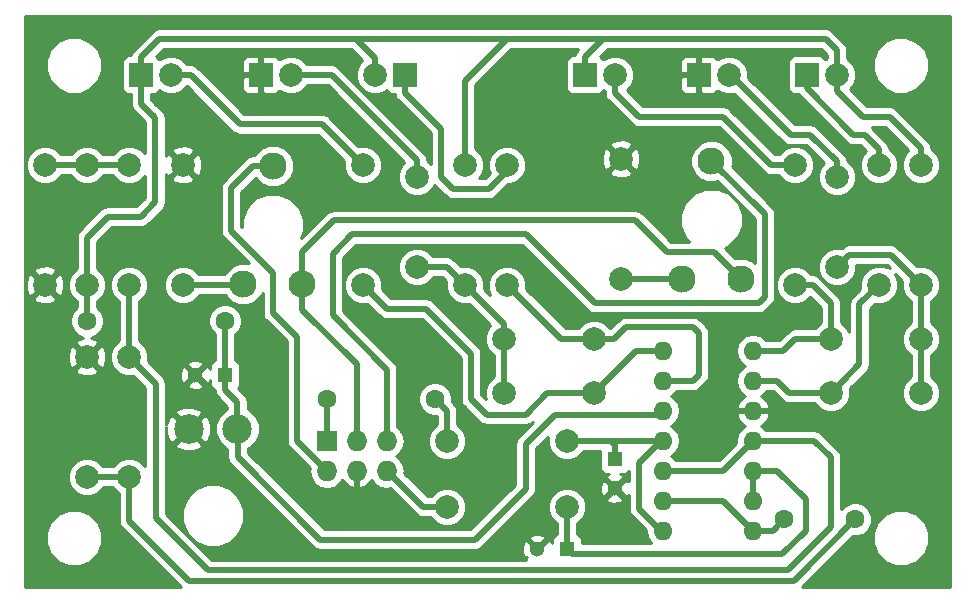
<source format=gbr>
G04 #@! TF.FileFunction,Copper,L2,Bot,Signal*
%FSLAX46Y46*%
G04 Gerber Fmt 4.6, Leading zero omitted, Abs format (unit mm)*
G04 Created by KiCad (PCBNEW 4.0.3-stable) date 10/06/16 02:17:53*
%MOMM*%
%LPD*%
G01*
G04 APERTURE LIST*
%ADD10C,0.100000*%
%ADD11C,1.998980*%
%ADD12R,1.300000X1.300000*%
%ADD13C,1.300000*%
%ADD14R,2.000000X2.000000*%
%ADD15C,2.000000*%
%ADD16O,1.600000X1.600000*%
%ADD17C,2.499360*%
%ADD18R,1.727200X1.727200*%
%ADD19O,1.727200X1.727200*%
%ADD20C,2.300000*%
%ADD21C,1.600000*%
%ADD22C,0.500000*%
%ADD23C,0.254000*%
G04 APERTURE END LIST*
D10*
D11*
X149860000Y-75692000D03*
X149860000Y-85852000D03*
D12*
X157988000Y-93472000D03*
D13*
X155488000Y-93472000D03*
D12*
X191008000Y-100584000D03*
D13*
X191008000Y-103084000D03*
D12*
X186944000Y-108204000D03*
D13*
X184444000Y-108204000D03*
D14*
X173228000Y-68072000D03*
D15*
X170688000Y-68072000D03*
D14*
X150876000Y-68072000D03*
D15*
X153416000Y-68072000D03*
D14*
X161036000Y-68072000D03*
D15*
X163576000Y-68072000D03*
D14*
X207264000Y-68072000D03*
D15*
X209804000Y-68072000D03*
D14*
X188468000Y-68072000D03*
D15*
X191008000Y-68072000D03*
D14*
X198120000Y-68072000D03*
D15*
X200660000Y-68072000D03*
D11*
X181864000Y-75692000D03*
X181864000Y-85852000D03*
X178308000Y-75704700D03*
X178308000Y-85864700D03*
X186944000Y-99060000D03*
X176784000Y-99060000D03*
X169672000Y-75692000D03*
X169672000Y-85852000D03*
X154432000Y-85852000D03*
X154432000Y-75692000D03*
X213360000Y-75692000D03*
X213360000Y-85852000D03*
X191516000Y-85344000D03*
X191516000Y-75184000D03*
X216916000Y-75692000D03*
X216916000Y-85852000D03*
X186944000Y-104648000D03*
X176784000Y-104648000D03*
X206248000Y-75692000D03*
X206248000Y-85852000D03*
X146304000Y-85852000D03*
X146304000Y-75692000D03*
X149860000Y-91948000D03*
X149860000Y-102108000D03*
X146304000Y-102108000D03*
X146304000Y-91948000D03*
D16*
X195072000Y-91440000D03*
X195072000Y-93980000D03*
X195072000Y-96520000D03*
X195072000Y-99060000D03*
X195072000Y-101600000D03*
X195072000Y-104140000D03*
X195072000Y-106680000D03*
X202692000Y-106680000D03*
X202692000Y-104140000D03*
X202692000Y-101600000D03*
X202692000Y-99060000D03*
X202692000Y-96520000D03*
X202692000Y-93980000D03*
X202692000Y-91440000D03*
D17*
X159042100Y-98044000D03*
X154901900Y-98054160D03*
D18*
X166624000Y-99060000D03*
D19*
X166624000Y-101600000D03*
X169164000Y-99060000D03*
X169164000Y-101600000D03*
X171704000Y-99060000D03*
X171704000Y-101600000D03*
D11*
X189230000Y-90424000D03*
X181610000Y-90424000D03*
X174244000Y-76708000D03*
X174244000Y-84328000D03*
X189230000Y-94996000D03*
X181610000Y-94996000D03*
X209296000Y-94996000D03*
X216916000Y-94996000D03*
X209804000Y-76708000D03*
X209804000Y-84328000D03*
X209296000Y-90424000D03*
X216916000Y-90424000D03*
X142748000Y-75692000D03*
X142748000Y-85852000D03*
D20*
X159552000Y-85772000D03*
X162052000Y-75772000D03*
X164552000Y-85772000D03*
X196676000Y-85344000D03*
X199176000Y-75344000D03*
X201676000Y-85344000D03*
D21*
X146304000Y-88900000D03*
X157988000Y-88900000D03*
X166624000Y-95504000D03*
X175768000Y-95504000D03*
X205355679Y-105712605D03*
X211339822Y-105685849D03*
D22*
X159042100Y-98044000D02*
X159084619Y-98086519D01*
X166058972Y-107432524D02*
X179126852Y-107432524D01*
X159084619Y-98086519D02*
X159084619Y-100458171D01*
X159084619Y-100458171D02*
X166058972Y-107432524D01*
X194940791Y-96651209D02*
X195072000Y-96520000D01*
X179126852Y-107432524D02*
X183437800Y-103121576D01*
X185889071Y-96878752D02*
X194843178Y-96878752D01*
X183437800Y-103121576D02*
X183437800Y-99330023D01*
X183437800Y-99330023D02*
X185889071Y-96878752D01*
X194843178Y-96878752D02*
X194940791Y-96781139D01*
X194940791Y-96781139D02*
X194940791Y-96651209D01*
X146304000Y-85852000D02*
X146304000Y-81846914D01*
X148070767Y-80080147D02*
X150851468Y-80080147D01*
X146304000Y-81846914D02*
X148070767Y-80080147D01*
X152078707Y-71722109D02*
X151476598Y-71120000D01*
X150851468Y-80080147D02*
X152078707Y-78852908D01*
X152078707Y-78852908D02*
X152078707Y-71722109D01*
X189992000Y-65024000D02*
X208836359Y-65024000D01*
X208836359Y-65024000D02*
X209804000Y-65991641D01*
X209804000Y-65991641D02*
X209804000Y-68072000D01*
X216916000Y-75692000D02*
X216916000Y-74278508D01*
X216916000Y-74278508D02*
X214265492Y-71628000D01*
X214265492Y-71628000D02*
X211998709Y-71628000D01*
X211998709Y-71628000D02*
X209804000Y-69433291D01*
X209804000Y-69433291D02*
X209804000Y-68072000D01*
X146304000Y-88900000D02*
X146304000Y-85852000D01*
X157988000Y-93472000D02*
X157988000Y-88900000D01*
X151939875Y-71583277D02*
X151476598Y-71120000D01*
X151476598Y-71120000D02*
X150876000Y-70519402D01*
X159042100Y-98044000D02*
X159042100Y-95805937D01*
X159042100Y-95805937D02*
X157988000Y-94751837D01*
X157988000Y-94751837D02*
X157988000Y-93472000D01*
X150876000Y-70519402D02*
X150876000Y-68072000D01*
X152424000Y-65024000D02*
X169164000Y-65024000D01*
X169164000Y-65024000D02*
X175260000Y-65024000D01*
X170688000Y-68072000D02*
X170688000Y-66657787D01*
X170688000Y-66657787D02*
X169164000Y-65133787D01*
X169164000Y-65133787D02*
X169164000Y-65024000D01*
X175260000Y-65024000D02*
X181864000Y-65024000D01*
X181864000Y-65024000D02*
X189992000Y-65024000D01*
X178308000Y-75704700D02*
X178308000Y-68580000D01*
X178308000Y-68580000D02*
X181864000Y-65024000D01*
X188468000Y-68072000D02*
X188468000Y-66572000D01*
X188468000Y-66572000D02*
X189992000Y-65048000D01*
X189992000Y-65048000D02*
X189992000Y-65024000D01*
X150876000Y-68072000D02*
X150876000Y-66572000D01*
X150876000Y-66572000D02*
X152424000Y-65024000D01*
X195072000Y-106680000D02*
X194939281Y-106680000D01*
X194939281Y-106680000D02*
X193052212Y-104792931D01*
X193052212Y-104792931D02*
X193052212Y-100923619D01*
X193052212Y-100923619D02*
X194915831Y-99060000D01*
X194915831Y-99060000D02*
X195072000Y-99060000D01*
X190634000Y-99060000D02*
X195072000Y-99060000D01*
X186944000Y-99060000D02*
X190634000Y-99060000D01*
X190634000Y-99060000D02*
X191008000Y-99434000D01*
X191008000Y-99434000D02*
X191008000Y-100584000D01*
X186944000Y-108204000D02*
X187356962Y-108616962D01*
X187356962Y-108616962D02*
X205192343Y-108616962D01*
X205192343Y-108616962D02*
X207144204Y-106665101D01*
X207144204Y-106665101D02*
X207144204Y-104016147D01*
X207144204Y-104016147D02*
X204728057Y-101600000D01*
X204728057Y-101600000D02*
X202692000Y-101600000D01*
X186944000Y-104648000D02*
X186944000Y-108204000D01*
X202692000Y-104140000D02*
X202692000Y-101600000D01*
X173228000Y-68072000D02*
X173228000Y-69572000D01*
X176309067Y-76741067D02*
X177292000Y-77724000D01*
X173228000Y-69572000D02*
X176309067Y-72653067D01*
X176309067Y-72653067D02*
X176309067Y-76741067D01*
X180340000Y-77724000D02*
X181864000Y-76200000D01*
X177292000Y-77724000D02*
X180340000Y-77724000D01*
X181864000Y-76200000D02*
X181864000Y-75692000D01*
X181610000Y-90424000D02*
X181610000Y-89144614D01*
X181610000Y-89144614D02*
X178330086Y-85864700D01*
X178330086Y-85864700D02*
X178308000Y-85864700D01*
X174244000Y-84328000D02*
X176771300Y-84328000D01*
X176771300Y-84328000D02*
X178308000Y-85864700D01*
X181610000Y-94996000D02*
X181610000Y-90424000D01*
X195072000Y-93980000D02*
X197612000Y-93980000D01*
X197612000Y-93980000D02*
X198120000Y-93472000D01*
X198120000Y-93472000D02*
X198120000Y-89916000D01*
X198120000Y-89916000D02*
X197628511Y-89424511D01*
X197628511Y-89424511D02*
X191962291Y-89424511D01*
X190962802Y-90424000D02*
X189230000Y-90424000D01*
X191962291Y-89424511D02*
X190962802Y-90424000D01*
X181864000Y-85852000D02*
X181898643Y-85852000D01*
X181898643Y-85852000D02*
X186470643Y-90424000D01*
X186470643Y-90424000D02*
X189230000Y-90424000D01*
X169672000Y-75692000D02*
X169639283Y-75692000D01*
X169639283Y-75692000D02*
X166197983Y-72250700D01*
X166197983Y-72250700D02*
X159251332Y-72250700D01*
X155072632Y-68072000D02*
X153416000Y-68072000D01*
X159251332Y-72250700D02*
X155072632Y-68072000D01*
X174244000Y-76708000D02*
X174244000Y-75269251D01*
X174244000Y-75269251D02*
X167046749Y-68072000D01*
X167046749Y-68072000D02*
X163576000Y-68072000D01*
X189230000Y-94996000D02*
X185280840Y-94996000D01*
X183440851Y-96835989D02*
X180134453Y-96835989D01*
X185280840Y-94996000D02*
X183440851Y-96835989D01*
X180134453Y-96835989D02*
X178816000Y-95517536D01*
X178816000Y-95517536D02*
X178816000Y-91677518D01*
X178816000Y-91677518D02*
X175022482Y-87884000D01*
X175022482Y-87884000D02*
X171704000Y-87884000D01*
X171704000Y-87884000D02*
X169672000Y-85852000D01*
X195072000Y-91440000D02*
X192786000Y-91440000D01*
X192786000Y-91440000D02*
X189230000Y-94996000D01*
X213360000Y-75692000D02*
X213360000Y-74370611D01*
X212141389Y-73152000D02*
X211192924Y-73152000D01*
X213360000Y-74370611D02*
X212141389Y-73152000D01*
X211192924Y-73152000D02*
X207264000Y-69223076D01*
X207264000Y-69223076D02*
X207264000Y-68072000D01*
X216916000Y-85852000D02*
X214377686Y-83313686D01*
X214377686Y-83313686D02*
X210818314Y-83313686D01*
X210818314Y-83313686D02*
X209804000Y-84328000D01*
X216916000Y-90424000D02*
X216916000Y-85852000D01*
X216916000Y-94996000D02*
X216916000Y-90424000D01*
X213360000Y-85852000D02*
X211709064Y-87502936D01*
X211709064Y-87502936D02*
X211709064Y-92582936D01*
X211709064Y-92582936D02*
X210295489Y-93996511D01*
X210295489Y-93996511D02*
X209296000Y-94996000D01*
X202692000Y-93980000D02*
X204761272Y-93980000D01*
X204761272Y-93980000D02*
X205777272Y-94996000D01*
X205777272Y-94996000D02*
X209296000Y-94996000D01*
X206248000Y-75692000D02*
X204216000Y-75692000D01*
X204216000Y-75692000D02*
X200152000Y-71628000D01*
X200152000Y-71628000D02*
X193040000Y-71628000D01*
X193040000Y-71628000D02*
X191008000Y-69596000D01*
X191008000Y-69596000D02*
X191008000Y-68072000D01*
X209804000Y-76708000D02*
X209804000Y-75397128D01*
X209804000Y-75397128D02*
X207558872Y-73152000D01*
X207558872Y-73152000D02*
X205877480Y-73152000D01*
X205877480Y-73152000D02*
X200797480Y-68072000D01*
X200797480Y-68072000D02*
X200660000Y-68072000D01*
X206248000Y-85852000D02*
X207733342Y-85852000D01*
X207733342Y-85852000D02*
X209296000Y-87414658D01*
X209296000Y-87414658D02*
X209296000Y-90424000D01*
X205232000Y-91440000D02*
X206248000Y-90424000D01*
X206248000Y-90424000D02*
X209296000Y-90424000D01*
X202692000Y-91440000D02*
X205232000Y-91440000D01*
X146304000Y-75692000D02*
X149860000Y-75692000D01*
X142748000Y-75692000D02*
X146304000Y-75692000D01*
X176784000Y-99060000D02*
X176784000Y-96520000D01*
X176784000Y-96520000D02*
X175768000Y-95504000D01*
X166624000Y-95504000D02*
X166624000Y-99060000D01*
X166624000Y-101600000D02*
X164084000Y-99060000D01*
X164084000Y-99060000D02*
X164084000Y-90264109D01*
X158496000Y-81280000D02*
X158496000Y-77661095D01*
X158496000Y-77661095D02*
X160385095Y-75772000D01*
X164084000Y-90264109D02*
X162052000Y-88232109D01*
X162052000Y-88232109D02*
X162052000Y-84836000D01*
X162052000Y-84836000D02*
X158496000Y-81280000D01*
X160385095Y-75772000D02*
X162052000Y-75772000D01*
X164552000Y-85772000D02*
X164552000Y-83028144D01*
X164552000Y-83028144D02*
X167197764Y-80382380D01*
X199422045Y-83090045D02*
X200526001Y-84194001D01*
X167197764Y-80382380D02*
X192717690Y-80382380D01*
X192717690Y-80382380D02*
X195425355Y-83090045D01*
X195425355Y-83090045D02*
X199422045Y-83090045D01*
X200526001Y-84194001D02*
X201676000Y-85344000D01*
X164552000Y-85772000D02*
X164552000Y-87979559D01*
X164552000Y-87979559D02*
X169164000Y-92591559D01*
X169164000Y-92591559D02*
X169164000Y-99060000D01*
X171704000Y-99060000D02*
X171704000Y-93031466D01*
X171704000Y-93031466D02*
X167099173Y-88426639D01*
X203708000Y-79876000D02*
X199176000Y-75344000D01*
X167099173Y-88426639D02*
X167099173Y-83202353D01*
X167099173Y-83202353D02*
X168735696Y-81565830D01*
X203200000Y-87376000D02*
X203708000Y-86868000D01*
X168735696Y-81565830D02*
X183493553Y-81565830D01*
X183493553Y-81565830D02*
X189303723Y-87376000D01*
X189303723Y-87376000D02*
X203200000Y-87376000D01*
X203708000Y-86868000D02*
X203708000Y-79876000D01*
X176784000Y-104648000D02*
X174787396Y-104648000D01*
X174787396Y-104648000D02*
X171739396Y-101600000D01*
X171739396Y-101600000D02*
X171704000Y-101600000D01*
X154432000Y-85852000D02*
X159472000Y-85852000D01*
X159472000Y-85852000D02*
X159552000Y-85772000D01*
X196676000Y-85344000D02*
X191516000Y-85344000D01*
X202692000Y-99060000D02*
X207889820Y-99060000D01*
X205640310Y-109995928D02*
X156527322Y-109995928D01*
X207889820Y-99060000D02*
X209296000Y-100466180D01*
X209296000Y-100466180D02*
X209296000Y-106340238D01*
X152127651Y-105596257D02*
X152127651Y-94215651D01*
X209296000Y-106340238D02*
X205640310Y-109995928D01*
X156527322Y-109995928D02*
X152127651Y-105596257D01*
X152127651Y-94215651D02*
X149860000Y-91948000D01*
X149860000Y-91948000D02*
X149860000Y-85852000D01*
X195072000Y-101600000D02*
X200152000Y-101600000D01*
X200152000Y-101600000D02*
X202692000Y-99060000D01*
X204388284Y-106680000D02*
X204555680Y-106512604D01*
X204555680Y-106512604D02*
X205355679Y-105712605D01*
X202692000Y-106680000D02*
X204388284Y-106680000D01*
X149860000Y-105827333D02*
X149860000Y-102108000D01*
X149860000Y-102108000D02*
X146304000Y-102108000D01*
X206150713Y-110903313D02*
X211339822Y-105714204D01*
X149860000Y-105827333D02*
X154935980Y-110903313D01*
X154935980Y-110903313D02*
X206150713Y-110903313D01*
X211339822Y-105714204D02*
X211339822Y-105685849D01*
X202692000Y-106680000D02*
X200152000Y-104140000D01*
X200152000Y-104140000D02*
X195072000Y-104140000D01*
D23*
G36*
X219382340Y-111442500D02*
X206863106Y-111442500D01*
X210566529Y-107739076D01*
X212823647Y-107739076D01*
X213185986Y-108616003D01*
X213856328Y-109287516D01*
X214732621Y-109651385D01*
X215681456Y-109652213D01*
X216558383Y-109289874D01*
X217229896Y-108619532D01*
X217593765Y-107743239D01*
X217594593Y-106794404D01*
X217232254Y-105917477D01*
X216561912Y-105245964D01*
X215685619Y-104882095D01*
X214736784Y-104881267D01*
X213859857Y-105243606D01*
X213188344Y-105913948D01*
X212824475Y-106790241D01*
X212823647Y-107739076D01*
X210566529Y-107739076D01*
X211184891Y-107120714D01*
X211624009Y-107121097D01*
X212151622Y-106903092D01*
X212555646Y-106499772D01*
X212774572Y-105972540D01*
X212775070Y-105401662D01*
X212557065Y-104874049D01*
X212153745Y-104470025D01*
X211626513Y-104251099D01*
X211055635Y-104250601D01*
X210528022Y-104468606D01*
X210181000Y-104815023D01*
X210181000Y-100466185D01*
X210181001Y-100466180D01*
X210113633Y-100127506D01*
X210113633Y-100127505D01*
X209921790Y-99840390D01*
X209921787Y-99840388D01*
X208515610Y-98434210D01*
X208431900Y-98378277D01*
X208228495Y-98242367D01*
X208172304Y-98231190D01*
X207889820Y-98174999D01*
X207889815Y-98175000D01*
X203821473Y-98175000D01*
X203734811Y-98045302D01*
X203330297Y-97775014D01*
X203547134Y-97672389D01*
X203923041Y-97257423D01*
X204083904Y-96869039D01*
X203961915Y-96647000D01*
X202819000Y-96647000D01*
X202819000Y-96667000D01*
X202565000Y-96667000D01*
X202565000Y-96647000D01*
X201422085Y-96647000D01*
X201300096Y-96869039D01*
X201460959Y-97257423D01*
X201836866Y-97672389D01*
X202053703Y-97775014D01*
X201649189Y-98045302D01*
X201338120Y-98510849D01*
X201228887Y-99060000D01*
X201263983Y-99236438D01*
X199785420Y-100715000D01*
X196201473Y-100715000D01*
X196114811Y-100585302D01*
X195732725Y-100330000D01*
X196114811Y-100074698D01*
X196425880Y-99609151D01*
X196535113Y-99060000D01*
X196425880Y-98510849D01*
X196114811Y-98045302D01*
X195732725Y-97790000D01*
X196114811Y-97534698D01*
X196425880Y-97069151D01*
X196535113Y-96520000D01*
X196425880Y-95970849D01*
X196114811Y-95505302D01*
X195732725Y-95250000D01*
X196114811Y-94994698D01*
X196201473Y-94865000D01*
X197611995Y-94865000D01*
X197612000Y-94865001D01*
X197894484Y-94808810D01*
X197950675Y-94797633D01*
X198237790Y-94605790D01*
X198745787Y-94097792D01*
X198745790Y-94097790D01*
X198937633Y-93810675D01*
X199005000Y-93472000D01*
X199005000Y-91440000D01*
X201228887Y-91440000D01*
X201338120Y-91989151D01*
X201649189Y-92454698D01*
X202031275Y-92710000D01*
X201649189Y-92965302D01*
X201338120Y-93430849D01*
X201228887Y-93980000D01*
X201338120Y-94529151D01*
X201649189Y-94994698D01*
X202053703Y-95264986D01*
X201836866Y-95367611D01*
X201460959Y-95782577D01*
X201300096Y-96170961D01*
X201422085Y-96393000D01*
X202565000Y-96393000D01*
X202565000Y-96373000D01*
X202819000Y-96373000D01*
X202819000Y-96393000D01*
X203961915Y-96393000D01*
X204083904Y-96170961D01*
X203923041Y-95782577D01*
X203547134Y-95367611D01*
X203330297Y-95264986D01*
X203734811Y-94994698D01*
X203821473Y-94865000D01*
X204394692Y-94865000D01*
X205151480Y-95621787D01*
X205151482Y-95621790D01*
X205438597Y-95813633D01*
X205494788Y-95824810D01*
X205777272Y-95881001D01*
X205777277Y-95881000D01*
X207893153Y-95881000D01*
X207909538Y-95920655D01*
X208368927Y-96380846D01*
X208969453Y-96630206D01*
X209619694Y-96630774D01*
X210220655Y-96382462D01*
X210680846Y-95923073D01*
X210930206Y-95322547D01*
X210930774Y-94672306D01*
X210913377Y-94630202D01*
X210921276Y-94622303D01*
X210921279Y-94622301D01*
X212334851Y-93208728D01*
X212334854Y-93208726D01*
X212526697Y-92921611D01*
X212549242Y-92808271D01*
X212594065Y-92582936D01*
X212594064Y-92582931D01*
X212594064Y-87869516D01*
X212993828Y-87469752D01*
X213033453Y-87486206D01*
X213683694Y-87486774D01*
X214284655Y-87238462D01*
X214744846Y-86779073D01*
X214994206Y-86178547D01*
X214994774Y-85528306D01*
X214751177Y-84938757D01*
X215298248Y-85485827D01*
X215281794Y-85525453D01*
X215281226Y-86175694D01*
X215529538Y-86776655D01*
X215988927Y-87236846D01*
X216031000Y-87254316D01*
X216031000Y-89021153D01*
X215991345Y-89037538D01*
X215531154Y-89496927D01*
X215281794Y-90097453D01*
X215281226Y-90747694D01*
X215529538Y-91348655D01*
X215988927Y-91808846D01*
X216031000Y-91826316D01*
X216031000Y-93593153D01*
X215991345Y-93609538D01*
X215531154Y-94068927D01*
X215281794Y-94669453D01*
X215281226Y-95319694D01*
X215529538Y-95920655D01*
X215988927Y-96380846D01*
X216589453Y-96630206D01*
X217239694Y-96630774D01*
X217840655Y-96382462D01*
X218300846Y-95923073D01*
X218550206Y-95322547D01*
X218550774Y-94672306D01*
X218302462Y-94071345D01*
X217843073Y-93611154D01*
X217801000Y-93593684D01*
X217801000Y-91826847D01*
X217840655Y-91810462D01*
X218300846Y-91351073D01*
X218550206Y-90750547D01*
X218550774Y-90100306D01*
X218302462Y-89499345D01*
X217843073Y-89039154D01*
X217801000Y-89021684D01*
X217801000Y-87254847D01*
X217840655Y-87238462D01*
X218300846Y-86779073D01*
X218550206Y-86178547D01*
X218550774Y-85528306D01*
X218302462Y-84927345D01*
X217843073Y-84467154D01*
X217242547Y-84217794D01*
X216592306Y-84217226D01*
X216550202Y-84234623D01*
X215003476Y-82687896D01*
X214716361Y-82496053D01*
X214660170Y-82484876D01*
X214377686Y-82428685D01*
X214377681Y-82428686D01*
X210818319Y-82428686D01*
X210818314Y-82428685D01*
X210535830Y-82484876D01*
X210479639Y-82496053D01*
X210192524Y-82687896D01*
X210192522Y-82687899D01*
X210170173Y-82710248D01*
X210130547Y-82693794D01*
X209480306Y-82693226D01*
X208879345Y-82941538D01*
X208419154Y-83400927D01*
X208169794Y-84001453D01*
X208169226Y-84651694D01*
X208417538Y-85252655D01*
X208876927Y-85712846D01*
X209477453Y-85962206D01*
X210127694Y-85962774D01*
X210728655Y-85714462D01*
X211188846Y-85255073D01*
X211438206Y-84654547D01*
X211438604Y-84198686D01*
X214011106Y-84198686D01*
X214274249Y-84461829D01*
X213686547Y-84217794D01*
X213036306Y-84217226D01*
X212435345Y-84465538D01*
X211975154Y-84924927D01*
X211725794Y-85525453D01*
X211725226Y-86175694D01*
X211742623Y-86217798D01*
X211083274Y-86877146D01*
X210891431Y-87164261D01*
X210891431Y-87164262D01*
X210824063Y-87502936D01*
X210824064Y-87502941D01*
X210824064Y-89842048D01*
X210682462Y-89499345D01*
X210223073Y-89039154D01*
X210181000Y-89021684D01*
X210181000Y-87414663D01*
X210181001Y-87414658D01*
X210113633Y-87075983D01*
X210087803Y-87037325D01*
X209921790Y-86788868D01*
X209921787Y-86788866D01*
X208359132Y-85226210D01*
X208239404Y-85146211D01*
X208072017Y-85034367D01*
X208001328Y-85020306D01*
X207733342Y-84966999D01*
X207733337Y-84967000D01*
X207650847Y-84967000D01*
X207634462Y-84927345D01*
X207175073Y-84467154D01*
X206574547Y-84217794D01*
X205924306Y-84217226D01*
X205323345Y-84465538D01*
X204863154Y-84924927D01*
X204613794Y-85525453D01*
X204613226Y-86175694D01*
X204861538Y-86776655D01*
X205320927Y-87236846D01*
X205921453Y-87486206D01*
X206571694Y-87486774D01*
X207172655Y-87238462D01*
X207520743Y-86890981D01*
X208411000Y-87781237D01*
X208411000Y-89021153D01*
X208371345Y-89037538D01*
X207911154Y-89496927D01*
X207893684Y-89539000D01*
X206248005Y-89539000D01*
X206248000Y-89538999D01*
X205965516Y-89595190D01*
X205909325Y-89606367D01*
X205622210Y-89798210D01*
X205622208Y-89798213D01*
X204865420Y-90555000D01*
X203821473Y-90555000D01*
X203734811Y-90425302D01*
X203269264Y-90114233D01*
X202720113Y-90005000D01*
X202663887Y-90005000D01*
X202114736Y-90114233D01*
X201649189Y-90425302D01*
X201338120Y-90890849D01*
X201228887Y-91440000D01*
X199005000Y-91440000D01*
X199005000Y-89916000D01*
X198937633Y-89577325D01*
X198745790Y-89290210D01*
X198745787Y-89290208D01*
X198254301Y-88798721D01*
X198240091Y-88789226D01*
X197967186Y-88606878D01*
X197910995Y-88595701D01*
X197628511Y-88539510D01*
X197628506Y-88539511D01*
X191962296Y-88539511D01*
X191962291Y-88539510D01*
X191679807Y-88595701D01*
X191623616Y-88606878D01*
X191336501Y-88798721D01*
X191336499Y-88798724D01*
X190622139Y-89513084D01*
X190616462Y-89499345D01*
X190157073Y-89039154D01*
X189556547Y-88789794D01*
X188906306Y-88789226D01*
X188305345Y-89037538D01*
X187845154Y-89496927D01*
X187827684Y-89539000D01*
X186837222Y-89539000D01*
X183491917Y-86193694D01*
X183498206Y-86178547D01*
X183498774Y-85528306D01*
X183250462Y-84927345D01*
X182791073Y-84467154D01*
X182190547Y-84217794D01*
X181540306Y-84217226D01*
X180939345Y-84465538D01*
X180479154Y-84924927D01*
X180229794Y-85525453D01*
X180229226Y-86175694D01*
X180466214Y-86749248D01*
X179932232Y-86215267D01*
X179942206Y-86191247D01*
X179942774Y-85541006D01*
X179694462Y-84940045D01*
X179235073Y-84479854D01*
X178634547Y-84230494D01*
X177984306Y-84229926D01*
X177942202Y-84247323D01*
X177397090Y-83702210D01*
X177322484Y-83652360D01*
X177109975Y-83510367D01*
X177053784Y-83499190D01*
X176771300Y-83442999D01*
X176771295Y-83443000D01*
X175646847Y-83443000D01*
X175630462Y-83403345D01*
X175171073Y-82943154D01*
X174570547Y-82693794D01*
X173920306Y-82693226D01*
X173319345Y-82941538D01*
X172859154Y-83400927D01*
X172609794Y-84001453D01*
X172609226Y-84651694D01*
X172857538Y-85252655D01*
X173316927Y-85712846D01*
X173917453Y-85962206D01*
X174567694Y-85962774D01*
X175168655Y-85714462D01*
X175628846Y-85255073D01*
X175646316Y-85213000D01*
X176404720Y-85213000D01*
X176690248Y-85498528D01*
X176673794Y-85538153D01*
X176673226Y-86188394D01*
X176921538Y-86789355D01*
X177380927Y-87249546D01*
X177981453Y-87498906D01*
X178631694Y-87499474D01*
X178689426Y-87475620D01*
X180468156Y-89254349D01*
X180225154Y-89496927D01*
X179975794Y-90097453D01*
X179975226Y-90747694D01*
X180223538Y-91348655D01*
X180682927Y-91808846D01*
X180725000Y-91826316D01*
X180725000Y-93593153D01*
X180685345Y-93609538D01*
X180225154Y-94068927D01*
X179975794Y-94669453D01*
X179975226Y-95319694D01*
X180049504Y-95499460D01*
X179701000Y-95150956D01*
X179701000Y-91677523D01*
X179701001Y-91677518D01*
X179633634Y-91338844D01*
X179506858Y-91149110D01*
X179441790Y-91051728D01*
X179441787Y-91051726D01*
X175648272Y-87258210D01*
X175507668Y-87164262D01*
X175361157Y-87066367D01*
X175304966Y-87055190D01*
X175022482Y-86998999D01*
X175022477Y-86999000D01*
X172070579Y-86999000D01*
X171289752Y-86218173D01*
X171306206Y-86178547D01*
X171306774Y-85528306D01*
X171058462Y-84927345D01*
X170599073Y-84467154D01*
X169998547Y-84217794D01*
X169348306Y-84217226D01*
X168747345Y-84465538D01*
X168287154Y-84924927D01*
X168037794Y-85525453D01*
X168037226Y-86175694D01*
X168285538Y-86776655D01*
X168744927Y-87236846D01*
X169345453Y-87486206D01*
X169995694Y-87486774D01*
X170037798Y-87469377D01*
X171078208Y-88509787D01*
X171078210Y-88509790D01*
X171365325Y-88701633D01*
X171421516Y-88712810D01*
X171704000Y-88769001D01*
X171704005Y-88769000D01*
X174655902Y-88769000D01*
X177931000Y-92044097D01*
X177931000Y-95517531D01*
X177930999Y-95517536D01*
X177967765Y-95702366D01*
X177998367Y-95856211D01*
X178181166Y-96129790D01*
X178190210Y-96143326D01*
X179508661Y-97461776D01*
X179508663Y-97461779D01*
X179752942Y-97625000D01*
X179795778Y-97653622D01*
X180134453Y-97720990D01*
X180134458Y-97720989D01*
X183440846Y-97720989D01*
X183440851Y-97720990D01*
X183723335Y-97664799D01*
X183779526Y-97653622D01*
X184029945Y-97486298D01*
X182812010Y-98704233D01*
X182620167Y-98991348D01*
X182620167Y-98991349D01*
X182552799Y-99330023D01*
X182552800Y-99330028D01*
X182552800Y-102754997D01*
X178760272Y-106547524D01*
X166425551Y-106547524D01*
X159969619Y-100091591D01*
X159969619Y-99699984D01*
X160108291Y-99642686D01*
X160638922Y-99112979D01*
X160926452Y-98420531D01*
X160927106Y-97670759D01*
X160640786Y-96977809D01*
X160111079Y-96447178D01*
X159927100Y-96370783D01*
X159927100Y-95805942D01*
X159927101Y-95805937D01*
X159859734Y-95467263D01*
X159751826Y-95305767D01*
X159667890Y-95180147D01*
X159667887Y-95180145D01*
X159079944Y-94592201D01*
X159089441Y-94586090D01*
X159234431Y-94373890D01*
X159285440Y-94122000D01*
X159285440Y-92822000D01*
X159241162Y-92586683D01*
X159102090Y-92370559D01*
X158889890Y-92225569D01*
X158873000Y-92222149D01*
X158873000Y-90044171D01*
X159203824Y-89713923D01*
X159422750Y-89186691D01*
X159423248Y-88615813D01*
X159205243Y-88088200D01*
X158801923Y-87684176D01*
X158274691Y-87465250D01*
X157703813Y-87464752D01*
X157176200Y-87682757D01*
X156772176Y-88086077D01*
X156553250Y-88613309D01*
X156552752Y-89184187D01*
X156770757Y-89711800D01*
X157103000Y-90044623D01*
X157103000Y-92218778D01*
X157102683Y-92218838D01*
X156886559Y-92357910D01*
X156741569Y-92570110D01*
X156690560Y-92822000D01*
X156690560Y-92984385D01*
X156617611Y-92808271D01*
X156387016Y-92752590D01*
X155667605Y-93472000D01*
X156387016Y-94191410D01*
X156617611Y-94135729D01*
X156690560Y-93926098D01*
X156690560Y-94122000D01*
X156734838Y-94357317D01*
X156873910Y-94573441D01*
X157086110Y-94718431D01*
X157103000Y-94721851D01*
X157103000Y-94751832D01*
X157102999Y-94751837D01*
X157136636Y-94920937D01*
X157170367Y-95090512D01*
X157230259Y-95180147D01*
X157362210Y-95377627D01*
X158157100Y-96172516D01*
X158157100Y-96370448D01*
X157975909Y-96445314D01*
X157445278Y-96975021D01*
X157157748Y-97667469D01*
X157157094Y-98417241D01*
X157443414Y-99110191D01*
X157973121Y-99640822D01*
X158199619Y-99734872D01*
X158199619Y-100458166D01*
X158199618Y-100458171D01*
X158250706Y-100715000D01*
X158266986Y-100796846D01*
X158436704Y-101050849D01*
X158458829Y-101083961D01*
X165433180Y-108058311D01*
X165433182Y-108058314D01*
X165625026Y-108186499D01*
X165720298Y-108250158D01*
X166058972Y-108317525D01*
X166058977Y-108317524D01*
X179126847Y-108317524D01*
X179126852Y-108317525D01*
X179409336Y-108261334D01*
X179465527Y-108250157D01*
X179752642Y-108058314D01*
X180505971Y-107304984D01*
X183724590Y-107304984D01*
X184444000Y-108024395D01*
X185163410Y-107304984D01*
X185107729Y-107074389D01*
X184624922Y-106906378D01*
X184114572Y-106935917D01*
X183780271Y-107074389D01*
X183724590Y-107304984D01*
X180505971Y-107304984D01*
X184063587Y-103747368D01*
X184063590Y-103747366D01*
X184255433Y-103460251D01*
X184294549Y-103263605D01*
X184322801Y-103121576D01*
X184322800Y-103121571D01*
X184322800Y-102903078D01*
X189710378Y-102903078D01*
X189739917Y-103413428D01*
X189878389Y-103747729D01*
X190108984Y-103803410D01*
X190828395Y-103084000D01*
X190108984Y-102364590D01*
X189878389Y-102420271D01*
X189710378Y-102903078D01*
X184322800Y-102903078D01*
X184322800Y-99696603D01*
X185326726Y-98692677D01*
X185309794Y-98733453D01*
X185309226Y-99383694D01*
X185557538Y-99984655D01*
X186016927Y-100444846D01*
X186617453Y-100694206D01*
X187267694Y-100694774D01*
X187868655Y-100446462D01*
X188328846Y-99987073D01*
X188346316Y-99945000D01*
X189710560Y-99945000D01*
X189710560Y-101234000D01*
X189754838Y-101469317D01*
X189893910Y-101685441D01*
X190106110Y-101830431D01*
X190358000Y-101881440D01*
X190520385Y-101881440D01*
X190344271Y-101954389D01*
X190288590Y-102184984D01*
X191008000Y-102904395D01*
X191727410Y-102184984D01*
X191671729Y-101954389D01*
X191462098Y-101881440D01*
X191658000Y-101881440D01*
X191893317Y-101837162D01*
X192109441Y-101698090D01*
X192167212Y-101613539D01*
X192167212Y-102491734D01*
X192137611Y-102420271D01*
X191907016Y-102364590D01*
X191187605Y-103084000D01*
X191907016Y-103803410D01*
X192137611Y-103747729D01*
X192167212Y-103662666D01*
X192167212Y-104792926D01*
X192167211Y-104792931D01*
X192220347Y-105060059D01*
X192234579Y-105131606D01*
X192415024Y-105401662D01*
X192426422Y-105418721D01*
X193621963Y-106614262D01*
X193608887Y-106680000D01*
X193718120Y-107229151D01*
X194029189Y-107694698D01*
X194084958Y-107731962D01*
X188241440Y-107731962D01*
X188241440Y-107554000D01*
X188197162Y-107318683D01*
X188058090Y-107102559D01*
X187845890Y-106957569D01*
X187829000Y-106954149D01*
X187829000Y-106050847D01*
X187868655Y-106034462D01*
X188328846Y-105575073D01*
X188578206Y-104974547D01*
X188578774Y-104324306D01*
X188437756Y-103983016D01*
X190288590Y-103983016D01*
X190344271Y-104213611D01*
X190827078Y-104381622D01*
X191337428Y-104352083D01*
X191671729Y-104213611D01*
X191727410Y-103983016D01*
X191008000Y-103263605D01*
X190288590Y-103983016D01*
X188437756Y-103983016D01*
X188330462Y-103723345D01*
X187871073Y-103263154D01*
X187270547Y-103013794D01*
X186620306Y-103013226D01*
X186019345Y-103261538D01*
X185559154Y-103720927D01*
X185309794Y-104321453D01*
X185309226Y-104971694D01*
X185557538Y-105572655D01*
X186016927Y-106032846D01*
X186059000Y-106050316D01*
X186059000Y-106950778D01*
X186058683Y-106950838D01*
X185842559Y-107089910D01*
X185697569Y-107302110D01*
X185646560Y-107554000D01*
X185646560Y-107716385D01*
X185573611Y-107540271D01*
X185343016Y-107484590D01*
X184623605Y-108204000D01*
X184637748Y-108218142D01*
X184458142Y-108397748D01*
X184444000Y-108383605D01*
X184429858Y-108397748D01*
X184250252Y-108218142D01*
X184264395Y-108204000D01*
X183544984Y-107484590D01*
X183314389Y-107540271D01*
X183146378Y-108023078D01*
X183175917Y-108533428D01*
X183314389Y-108867729D01*
X183544982Y-108923410D01*
X183429522Y-109038870D01*
X183501580Y-109110928D01*
X156893901Y-109110928D01*
X153689458Y-105906484D01*
X154336293Y-105906484D01*
X154736641Y-106875399D01*
X155477302Y-107617354D01*
X156445517Y-108019392D01*
X157493884Y-108020307D01*
X158462799Y-107619959D01*
X159204754Y-106879298D01*
X159606792Y-105911083D01*
X159607707Y-104862716D01*
X159207359Y-103893801D01*
X158466698Y-103151846D01*
X157498483Y-102749808D01*
X156450116Y-102748893D01*
X155481201Y-103149241D01*
X154739246Y-103889902D01*
X154337208Y-104858117D01*
X154336293Y-105906484D01*
X153689458Y-105906484D01*
X153012651Y-105229677D01*
X153012651Y-99387249D01*
X153748417Y-99387249D01*
X153877625Y-99680019D01*
X154577783Y-99948231D01*
X155327284Y-99928088D01*
X155926175Y-99680019D01*
X156055383Y-99387249D01*
X154901900Y-98233765D01*
X153748417Y-99387249D01*
X153012651Y-99387249D01*
X153012651Y-97909465D01*
X153027972Y-98479544D01*
X153276041Y-99078435D01*
X153568811Y-99207643D01*
X154722295Y-98054160D01*
X155081505Y-98054160D01*
X156234989Y-99207643D01*
X156527759Y-99078435D01*
X156795971Y-98378277D01*
X156775828Y-97628776D01*
X156527759Y-97029885D01*
X156234989Y-96900677D01*
X155081505Y-98054160D01*
X154722295Y-98054160D01*
X153568811Y-96900677D01*
X153276041Y-97029885D01*
X153012651Y-97717455D01*
X153012651Y-96721071D01*
X153748417Y-96721071D01*
X154901900Y-97874555D01*
X156055383Y-96721071D01*
X155926175Y-96428301D01*
X155226017Y-96160089D01*
X154476516Y-96180232D01*
X153877625Y-96428301D01*
X153748417Y-96721071D01*
X153012651Y-96721071D01*
X153012651Y-94371016D01*
X154768590Y-94371016D01*
X154824271Y-94601611D01*
X155307078Y-94769622D01*
X155817428Y-94740083D01*
X156151729Y-94601611D01*
X156207410Y-94371016D01*
X155488000Y-93651605D01*
X154768590Y-94371016D01*
X153012651Y-94371016D01*
X153012651Y-94215656D01*
X153012652Y-94215651D01*
X152945284Y-93876977D01*
X152945284Y-93876976D01*
X152753441Y-93589861D01*
X152753438Y-93589859D01*
X152454657Y-93291078D01*
X154190378Y-93291078D01*
X154219917Y-93801428D01*
X154358389Y-94135729D01*
X154588984Y-94191410D01*
X155308395Y-93472000D01*
X154588984Y-92752590D01*
X154358389Y-92808271D01*
X154190378Y-93291078D01*
X152454657Y-93291078D01*
X151736563Y-92572984D01*
X154768590Y-92572984D01*
X155488000Y-93292395D01*
X156207410Y-92572984D01*
X156151729Y-92342389D01*
X155668922Y-92174378D01*
X155158572Y-92203917D01*
X154824271Y-92342389D01*
X154768590Y-92572984D01*
X151736563Y-92572984D01*
X151477752Y-92314173D01*
X151494206Y-92274547D01*
X151494774Y-91624306D01*
X151246462Y-91023345D01*
X150787073Y-90563154D01*
X150745000Y-90545684D01*
X150745000Y-87254847D01*
X150784655Y-87238462D01*
X151244846Y-86779073D01*
X151494206Y-86178547D01*
X151494208Y-86175694D01*
X152797226Y-86175694D01*
X153045538Y-86776655D01*
X153504927Y-87236846D01*
X154105453Y-87486206D01*
X154755694Y-87486774D01*
X155356655Y-87238462D01*
X155816846Y-86779073D01*
X155834316Y-86737000D01*
X158019357Y-86737000D01*
X158037868Y-86781800D01*
X158539559Y-87284367D01*
X159195384Y-87556689D01*
X159905501Y-87557309D01*
X160561800Y-87286132D01*
X161064367Y-86784441D01*
X161167000Y-86537273D01*
X161167000Y-88232104D01*
X161166999Y-88232109D01*
X161222234Y-88509790D01*
X161234367Y-88570784D01*
X161380704Y-88789794D01*
X161426210Y-88857899D01*
X163199000Y-90630688D01*
X163199000Y-99059995D01*
X163198999Y-99060000D01*
X163228368Y-99207643D01*
X163266367Y-99398675D01*
X163382960Y-99573170D01*
X163458210Y-99685790D01*
X165161512Y-101389092D01*
X165125400Y-101570641D01*
X165125400Y-101629359D01*
X165239474Y-102202848D01*
X165564330Y-102689029D01*
X166050511Y-103013885D01*
X166624000Y-103127959D01*
X167197489Y-103013885D01*
X167683670Y-102689029D01*
X167899664Y-102365772D01*
X167957179Y-102488490D01*
X168389053Y-102882688D01*
X168804974Y-103054958D01*
X169037000Y-102933817D01*
X169037000Y-101727000D01*
X169017000Y-101727000D01*
X169017000Y-101473000D01*
X169037000Y-101473000D01*
X169037000Y-101453000D01*
X169291000Y-101453000D01*
X169291000Y-101473000D01*
X169311000Y-101473000D01*
X169311000Y-101727000D01*
X169291000Y-101727000D01*
X169291000Y-102933817D01*
X169523026Y-103054958D01*
X169938947Y-102882688D01*
X170370821Y-102488490D01*
X170428336Y-102365772D01*
X170644330Y-102689029D01*
X171130511Y-103013885D01*
X171704000Y-103127959D01*
X171964048Y-103076232D01*
X174161604Y-105273787D01*
X174161606Y-105273790D01*
X174448721Y-105465633D01*
X174504912Y-105476810D01*
X174787396Y-105533001D01*
X174787401Y-105533000D01*
X175381153Y-105533000D01*
X175397538Y-105572655D01*
X175856927Y-106032846D01*
X176457453Y-106282206D01*
X177107694Y-106282774D01*
X177708655Y-106034462D01*
X178168846Y-105575073D01*
X178418206Y-104974547D01*
X178418774Y-104324306D01*
X178170462Y-103723345D01*
X177711073Y-103263154D01*
X177110547Y-103013794D01*
X176460306Y-103013226D01*
X175859345Y-103261538D01*
X175399154Y-103720927D01*
X175381684Y-103763000D01*
X175153975Y-103763000D01*
X173172360Y-101781385D01*
X173202600Y-101629359D01*
X173202600Y-101570641D01*
X173088526Y-100997152D01*
X172763670Y-100510971D01*
X172492828Y-100330000D01*
X172763670Y-100149029D01*
X173088526Y-99662848D01*
X173202600Y-99089359D01*
X173202600Y-99030641D01*
X173088526Y-98457152D01*
X172763670Y-97970971D01*
X172589000Y-97854260D01*
X172589000Y-95788187D01*
X174332752Y-95788187D01*
X174550757Y-96315800D01*
X174954077Y-96719824D01*
X175481309Y-96938750D01*
X175899000Y-96939114D01*
X175899000Y-97657153D01*
X175859345Y-97673538D01*
X175399154Y-98132927D01*
X175149794Y-98733453D01*
X175149226Y-99383694D01*
X175397538Y-99984655D01*
X175856927Y-100444846D01*
X176457453Y-100694206D01*
X177107694Y-100694774D01*
X177708655Y-100446462D01*
X178168846Y-99987073D01*
X178418206Y-99386547D01*
X178418774Y-98736306D01*
X178170462Y-98135345D01*
X177711073Y-97675154D01*
X177669000Y-97657684D01*
X177669000Y-96520005D01*
X177669001Y-96520000D01*
X177601633Y-96181326D01*
X177601633Y-96181325D01*
X177409790Y-95894210D01*
X177409787Y-95894208D01*
X177202840Y-95687261D01*
X177203248Y-95219813D01*
X176985243Y-94692200D01*
X176581923Y-94288176D01*
X176054691Y-94069250D01*
X175483813Y-94068752D01*
X174956200Y-94286757D01*
X174552176Y-94690077D01*
X174333250Y-95217309D01*
X174332752Y-95788187D01*
X172589000Y-95788187D01*
X172589000Y-93031471D01*
X172589001Y-93031466D01*
X172521633Y-92692792D01*
X172521633Y-92692791D01*
X172329790Y-92405676D01*
X172329787Y-92405674D01*
X167984173Y-88060059D01*
X167984173Y-83568933D01*
X169102275Y-82450830D01*
X183126973Y-82450830D01*
X188677931Y-88001787D01*
X188677933Y-88001790D01*
X188965048Y-88193633D01*
X189303723Y-88261001D01*
X189303728Y-88261000D01*
X203199995Y-88261000D01*
X203200000Y-88261001D01*
X203482484Y-88204810D01*
X203538675Y-88193633D01*
X203825790Y-88001790D01*
X203825791Y-88001789D01*
X204333787Y-87493792D01*
X204333790Y-87493790D01*
X204525633Y-87206675D01*
X204593000Y-86868000D01*
X204593000Y-79876005D01*
X204593001Y-79876000D01*
X204525633Y-79537326D01*
X204525633Y-79537325D01*
X204333790Y-79250210D01*
X204333787Y-79250208D01*
X200908905Y-75825325D01*
X200960689Y-75700616D01*
X200961309Y-74990499D01*
X200690132Y-74334200D01*
X200188441Y-73831633D01*
X199532616Y-73559311D01*
X198822499Y-73558691D01*
X198166200Y-73829868D01*
X197663633Y-74331559D01*
X197391311Y-74987384D01*
X197390691Y-75697501D01*
X197661868Y-76353800D01*
X198163559Y-76856367D01*
X198819384Y-77128689D01*
X199529501Y-77129309D01*
X199657034Y-77076614D01*
X202823000Y-80242579D01*
X202823000Y-83966427D01*
X202688441Y-83831633D01*
X202032616Y-83559311D01*
X201322499Y-83558691D01*
X201194966Y-83611386D01*
X201151791Y-83568211D01*
X201151788Y-83568209D01*
X200310067Y-82726487D01*
X200666658Y-82579147D01*
X201408542Y-81838557D01*
X201810542Y-80870433D01*
X201811457Y-79822166D01*
X201411147Y-78853342D01*
X200670557Y-78111458D01*
X199702433Y-77709458D01*
X198654166Y-77708543D01*
X197685342Y-78108853D01*
X196943458Y-78849443D01*
X196541458Y-79817567D01*
X196540543Y-80865834D01*
X196940853Y-81834658D01*
X197310594Y-82205045D01*
X195791934Y-82205045D01*
X193343480Y-79756590D01*
X193315520Y-79737908D01*
X193056365Y-79564747D01*
X193000174Y-79553570D01*
X192717690Y-79497379D01*
X192717685Y-79497380D01*
X167197764Y-79497380D01*
X166859089Y-79564747D01*
X166571974Y-79756590D01*
X166571972Y-79756593D01*
X164442562Y-81886002D01*
X164686542Y-81298433D01*
X164687457Y-80250166D01*
X164287147Y-79281342D01*
X163546557Y-78539458D01*
X162578433Y-78137458D01*
X161530166Y-78136543D01*
X160561342Y-78536853D01*
X159819458Y-79277443D01*
X159417458Y-80245567D01*
X159416844Y-80949264D01*
X159381000Y-80913420D01*
X159381000Y-78027675D01*
X160582332Y-76826342D01*
X161039559Y-77284367D01*
X161695384Y-77556689D01*
X162405501Y-77557309D01*
X163061800Y-77286132D01*
X163564367Y-76784441D01*
X163836689Y-76128616D01*
X163837309Y-75418499D01*
X163566132Y-74762200D01*
X163064441Y-74259633D01*
X162408616Y-73987311D01*
X161698499Y-73986691D01*
X161042200Y-74257868D01*
X160539633Y-74759559D01*
X160486715Y-74887000D01*
X160385100Y-74887000D01*
X160385095Y-74886999D01*
X160102611Y-74943190D01*
X160046420Y-74954367D01*
X159759305Y-75146210D01*
X159759303Y-75146213D01*
X157870210Y-77035305D01*
X157678367Y-77322420D01*
X157675387Y-77337401D01*
X157610999Y-77661095D01*
X157611000Y-77661100D01*
X157611000Y-81279995D01*
X157610999Y-81280000D01*
X157656400Y-81508239D01*
X157678367Y-81618675D01*
X157825287Y-81838557D01*
X157870210Y-81905790D01*
X159982348Y-84017927D01*
X159908616Y-83987311D01*
X159198499Y-83986691D01*
X158542200Y-84257868D01*
X158039633Y-84759559D01*
X157953496Y-84967000D01*
X155834847Y-84967000D01*
X155818462Y-84927345D01*
X155359073Y-84467154D01*
X154758547Y-84217794D01*
X154108306Y-84217226D01*
X153507345Y-84465538D01*
X153047154Y-84924927D01*
X152797794Y-85525453D01*
X152797226Y-86175694D01*
X151494208Y-86175694D01*
X151494774Y-85528306D01*
X151246462Y-84927345D01*
X150787073Y-84467154D01*
X150186547Y-84217794D01*
X149536306Y-84217226D01*
X148935345Y-84465538D01*
X148475154Y-84924927D01*
X148225794Y-85525453D01*
X148225226Y-86175694D01*
X148473538Y-86776655D01*
X148932927Y-87236846D01*
X148975000Y-87254316D01*
X148975000Y-90545153D01*
X148935345Y-90561538D01*
X148475154Y-91020927D01*
X148225794Y-91621453D01*
X148225226Y-92271694D01*
X148473538Y-92872655D01*
X148932927Y-93332846D01*
X149533453Y-93582206D01*
X150183694Y-93582774D01*
X150225798Y-93565377D01*
X151242651Y-94582230D01*
X151242651Y-101179527D01*
X150787073Y-100723154D01*
X150186547Y-100473794D01*
X149536306Y-100473226D01*
X148935345Y-100721538D01*
X148475154Y-101180927D01*
X148457684Y-101223000D01*
X147706847Y-101223000D01*
X147690462Y-101183345D01*
X147231073Y-100723154D01*
X146630547Y-100473794D01*
X145980306Y-100473226D01*
X145379345Y-100721538D01*
X144919154Y-101180927D01*
X144669794Y-101781453D01*
X144669226Y-102431694D01*
X144917538Y-103032655D01*
X145376927Y-103492846D01*
X145977453Y-103742206D01*
X146627694Y-103742774D01*
X147228655Y-103494462D01*
X147688846Y-103035073D01*
X147706316Y-102993000D01*
X148457153Y-102993000D01*
X148473538Y-103032655D01*
X148932927Y-103492846D01*
X148975000Y-103510316D01*
X148975000Y-105827328D01*
X148974999Y-105827333D01*
X149017165Y-106039312D01*
X149042367Y-106166008D01*
X149234210Y-106453123D01*
X154223588Y-111442500D01*
X141033500Y-111442500D01*
X141033500Y-107739076D01*
X142823787Y-107739076D01*
X143186126Y-108616003D01*
X143856468Y-109287516D01*
X144732761Y-109651385D01*
X145681596Y-109652213D01*
X146558523Y-109289874D01*
X147230036Y-108619532D01*
X147593905Y-107743239D01*
X147594733Y-106794404D01*
X147232394Y-105917477D01*
X146562052Y-105245964D01*
X145685759Y-104882095D01*
X144736924Y-104881267D01*
X143859997Y-105243606D01*
X143188484Y-105913948D01*
X142824615Y-106790241D01*
X142823787Y-107739076D01*
X141033500Y-107739076D01*
X141033500Y-93100163D01*
X145331443Y-93100163D01*
X145430042Y-93366965D01*
X146039582Y-93593401D01*
X146689377Y-93569341D01*
X147177958Y-93366965D01*
X147276557Y-93100163D01*
X146304000Y-92127605D01*
X145331443Y-93100163D01*
X141033500Y-93100163D01*
X141033500Y-91683582D01*
X144658599Y-91683582D01*
X144682659Y-92333377D01*
X144885035Y-92821958D01*
X145151837Y-92920557D01*
X146124395Y-91948000D01*
X146483605Y-91948000D01*
X147456163Y-92920557D01*
X147722965Y-92821958D01*
X147949401Y-92212418D01*
X147925341Y-91562623D01*
X147722965Y-91074042D01*
X147456163Y-90975443D01*
X146483605Y-91948000D01*
X146124395Y-91948000D01*
X145151837Y-90975443D01*
X144885035Y-91074042D01*
X144658599Y-91683582D01*
X141033500Y-91683582D01*
X141033500Y-87004163D01*
X141775443Y-87004163D01*
X141874042Y-87270965D01*
X142483582Y-87497401D01*
X143133377Y-87473341D01*
X143621958Y-87270965D01*
X143720557Y-87004163D01*
X142748000Y-86031605D01*
X141775443Y-87004163D01*
X141033500Y-87004163D01*
X141033500Y-85587582D01*
X141102599Y-85587582D01*
X141126659Y-86237377D01*
X141329035Y-86725958D01*
X141595837Y-86824557D01*
X142568395Y-85852000D01*
X142927605Y-85852000D01*
X143900163Y-86824557D01*
X144166965Y-86725958D01*
X144393401Y-86116418D01*
X144369341Y-85466623D01*
X144166965Y-84978042D01*
X143900163Y-84879443D01*
X142927605Y-85852000D01*
X142568395Y-85852000D01*
X141595837Y-84879443D01*
X141329035Y-84978042D01*
X141102599Y-85587582D01*
X141033500Y-85587582D01*
X141033500Y-84699837D01*
X141775443Y-84699837D01*
X142748000Y-85672395D01*
X143720557Y-84699837D01*
X143621958Y-84433035D01*
X143012418Y-84206599D01*
X142362623Y-84230659D01*
X141874042Y-84433035D01*
X141775443Y-84699837D01*
X141033500Y-84699837D01*
X141033500Y-76015694D01*
X141113226Y-76015694D01*
X141361538Y-76616655D01*
X141820927Y-77076846D01*
X142421453Y-77326206D01*
X143071694Y-77326774D01*
X143672655Y-77078462D01*
X144132846Y-76619073D01*
X144150316Y-76577000D01*
X144901153Y-76577000D01*
X144917538Y-76616655D01*
X145376927Y-77076846D01*
X145977453Y-77326206D01*
X146627694Y-77326774D01*
X147228655Y-77078462D01*
X147688846Y-76619073D01*
X147706316Y-76577000D01*
X148457153Y-76577000D01*
X148473538Y-76616655D01*
X148932927Y-77076846D01*
X149533453Y-77326206D01*
X150183694Y-77326774D01*
X150784655Y-77078462D01*
X151193707Y-76670123D01*
X151193707Y-78486329D01*
X150484888Y-79195147D01*
X148070772Y-79195147D01*
X148070767Y-79195146D01*
X147793948Y-79250210D01*
X147732092Y-79262514D01*
X147444977Y-79454357D01*
X147444975Y-79454360D01*
X145678210Y-81221124D01*
X145486367Y-81508239D01*
X145486367Y-81508240D01*
X145418999Y-81846914D01*
X145419000Y-81846919D01*
X145419000Y-84449153D01*
X145379345Y-84465538D01*
X144919154Y-84924927D01*
X144669794Y-85525453D01*
X144669226Y-86175694D01*
X144917538Y-86776655D01*
X145376927Y-87236846D01*
X145419000Y-87254316D01*
X145419000Y-87755829D01*
X145088176Y-88086077D01*
X144869250Y-88613309D01*
X144868752Y-89184187D01*
X145086757Y-89711800D01*
X145490077Y-90115824D01*
X145991340Y-90323967D01*
X145918623Y-90326659D01*
X145430042Y-90529035D01*
X145331443Y-90795837D01*
X146304000Y-91768395D01*
X147276557Y-90795837D01*
X147177958Y-90529035D01*
X146620436Y-90321923D01*
X147115800Y-90117243D01*
X147519824Y-89713923D01*
X147738750Y-89186691D01*
X147739248Y-88615813D01*
X147521243Y-88088200D01*
X147189000Y-87755377D01*
X147189000Y-87254847D01*
X147228655Y-87238462D01*
X147688846Y-86779073D01*
X147938206Y-86178547D01*
X147938774Y-85528306D01*
X147690462Y-84927345D01*
X147231073Y-84467154D01*
X147189000Y-84449684D01*
X147189000Y-82213494D01*
X148437346Y-80965147D01*
X150851463Y-80965147D01*
X150851468Y-80965148D01*
X151133952Y-80908957D01*
X151190143Y-80897780D01*
X151477258Y-80705937D01*
X151477259Y-80705936D01*
X152704494Y-79478700D01*
X152704497Y-79478698D01*
X152896340Y-79191583D01*
X152907517Y-79135392D01*
X152963708Y-78852908D01*
X152963707Y-78852903D01*
X152963707Y-76844163D01*
X153459443Y-76844163D01*
X153558042Y-77110965D01*
X154167582Y-77337401D01*
X154817377Y-77313341D01*
X155305958Y-77110965D01*
X155404557Y-76844163D01*
X154432000Y-75871605D01*
X153459443Y-76844163D01*
X152963707Y-76844163D01*
X152963707Y-76446869D01*
X153013035Y-76565958D01*
X153279837Y-76664557D01*
X154252395Y-75692000D01*
X154611605Y-75692000D01*
X155584163Y-76664557D01*
X155850965Y-76565958D01*
X156077401Y-75956418D01*
X156053341Y-75306623D01*
X155850965Y-74818042D01*
X155584163Y-74719443D01*
X154611605Y-75692000D01*
X154252395Y-75692000D01*
X153279837Y-74719443D01*
X153013035Y-74818042D01*
X152963707Y-74950827D01*
X152963707Y-74539837D01*
X153459443Y-74539837D01*
X154432000Y-75512395D01*
X155404557Y-74539837D01*
X155305958Y-74273035D01*
X154696418Y-74046599D01*
X154046623Y-74070659D01*
X153558042Y-74273035D01*
X153459443Y-74539837D01*
X152963707Y-74539837D01*
X152963707Y-71722114D01*
X152963708Y-71722109D01*
X152896340Y-71383435D01*
X152896340Y-71383434D01*
X152704497Y-71096319D01*
X152704494Y-71096317D01*
X152102388Y-70494210D01*
X152102385Y-70494208D01*
X151761000Y-70152822D01*
X151761000Y-69719440D01*
X151876000Y-69719440D01*
X152111317Y-69675162D01*
X152327441Y-69536090D01*
X152424910Y-69393439D01*
X152488637Y-69457278D01*
X153089352Y-69706716D01*
X153739795Y-69707284D01*
X154340943Y-69458894D01*
X154774823Y-69025771D01*
X158625540Y-72876487D01*
X158625542Y-72876490D01*
X158798030Y-72991742D01*
X158912657Y-73068333D01*
X159251332Y-73135701D01*
X159251337Y-73135700D01*
X165831403Y-73135700D01*
X168044649Y-75348945D01*
X168037794Y-75365453D01*
X168037226Y-76015694D01*
X168285538Y-76616655D01*
X168744927Y-77076846D01*
X169345453Y-77326206D01*
X169995694Y-77326774D01*
X170596655Y-77078462D01*
X171056846Y-76619073D01*
X171306206Y-76018547D01*
X171306774Y-75368306D01*
X171058462Y-74767345D01*
X170599073Y-74307154D01*
X169998547Y-74057794D01*
X169348306Y-74057226D01*
X169283051Y-74084189D01*
X166823773Y-71624910D01*
X166761464Y-71583277D01*
X166536658Y-71433067D01*
X166480467Y-71421890D01*
X166197983Y-71365699D01*
X166197978Y-71365700D01*
X159617911Y-71365700D01*
X156609962Y-68357750D01*
X159401000Y-68357750D01*
X159401000Y-69198309D01*
X159497673Y-69431698D01*
X159676301Y-69610327D01*
X159909690Y-69707000D01*
X160750250Y-69707000D01*
X160909000Y-69548250D01*
X160909000Y-68199000D01*
X159559750Y-68199000D01*
X159401000Y-68357750D01*
X156609962Y-68357750D01*
X155698422Y-67446210D01*
X155613748Y-67389633D01*
X155411307Y-67254367D01*
X155355116Y-67243190D01*
X155072632Y-67186999D01*
X155072627Y-67187000D01*
X154819398Y-67187000D01*
X154802894Y-67147057D01*
X154601880Y-66945691D01*
X159401000Y-66945691D01*
X159401000Y-67786250D01*
X159559750Y-67945000D01*
X160909000Y-67945000D01*
X160909000Y-66595750D01*
X160750250Y-66437000D01*
X159909690Y-66437000D01*
X159676301Y-66533673D01*
X159497673Y-66712302D01*
X159401000Y-66945691D01*
X154601880Y-66945691D01*
X154343363Y-66686722D01*
X153742648Y-66437284D01*
X153092205Y-66436716D01*
X152491057Y-66685106D01*
X152424426Y-66751621D01*
X152340090Y-66620559D01*
X152184993Y-66514586D01*
X152790579Y-65909000D01*
X168687633Y-65909000D01*
X169613268Y-66834634D01*
X169302722Y-67144637D01*
X169053284Y-67745352D01*
X169052716Y-68395795D01*
X169301106Y-68996943D01*
X169760637Y-69457278D01*
X170361352Y-69706716D01*
X171011795Y-69707284D01*
X171612943Y-69458894D01*
X171679574Y-69392379D01*
X171763910Y-69523441D01*
X171976110Y-69668431D01*
X172228000Y-69719440D01*
X172372327Y-69719440D01*
X172382776Y-69771966D01*
X172410367Y-69910675D01*
X172590810Y-70180728D01*
X172602210Y-70197790D01*
X175424067Y-73019646D01*
X175424067Y-75576590D01*
X175171073Y-75323154D01*
X175129000Y-75305684D01*
X175129000Y-75269256D01*
X175129001Y-75269251D01*
X175061633Y-74930577D01*
X175061633Y-74930576D01*
X174869790Y-74643461D01*
X174869787Y-74643459D01*
X167672539Y-67446210D01*
X167587865Y-67389633D01*
X167385424Y-67254367D01*
X167329233Y-67243190D01*
X167046749Y-67186999D01*
X167046744Y-67187000D01*
X164979398Y-67187000D01*
X164962894Y-67147057D01*
X164503363Y-66686722D01*
X163902648Y-66437284D01*
X163252205Y-66436716D01*
X162651057Y-66685106D01*
X162588803Y-66747251D01*
X162574327Y-66712302D01*
X162395699Y-66533673D01*
X162162310Y-66437000D01*
X161321750Y-66437000D01*
X161163000Y-66595750D01*
X161163000Y-67945000D01*
X161183000Y-67945000D01*
X161183000Y-68199000D01*
X161163000Y-68199000D01*
X161163000Y-69548250D01*
X161321750Y-69707000D01*
X162162310Y-69707000D01*
X162395699Y-69610327D01*
X162574327Y-69431698D01*
X162588630Y-69397166D01*
X162648637Y-69457278D01*
X163249352Y-69706716D01*
X163899795Y-69707284D01*
X164500943Y-69458894D01*
X164961278Y-68999363D01*
X164978869Y-68957000D01*
X166680169Y-68957000D01*
X173181907Y-75458737D01*
X172859154Y-75780927D01*
X172609794Y-76381453D01*
X172609226Y-77031694D01*
X172857538Y-77632655D01*
X173316927Y-78092846D01*
X173917453Y-78342206D01*
X174567694Y-78342774D01*
X175168655Y-78094462D01*
X175628846Y-77635073D01*
X175723512Y-77407092D01*
X176666208Y-78349787D01*
X176666210Y-78349790D01*
X176912319Y-78514234D01*
X176953325Y-78541633D01*
X177292000Y-78609001D01*
X177292005Y-78609000D01*
X180339995Y-78609000D01*
X180340000Y-78609001D01*
X180656238Y-78546096D01*
X180678675Y-78541633D01*
X180965790Y-78349790D01*
X180965791Y-78349789D01*
X181988979Y-77326600D01*
X182187694Y-77326774D01*
X182788655Y-77078462D01*
X183248846Y-76619073D01*
X183366320Y-76336163D01*
X190543443Y-76336163D01*
X190642042Y-76602965D01*
X191251582Y-76829401D01*
X191901377Y-76805341D01*
X192389958Y-76602965D01*
X192488557Y-76336163D01*
X191516000Y-75363605D01*
X190543443Y-76336163D01*
X183366320Y-76336163D01*
X183498206Y-76018547D01*
X183498774Y-75368306D01*
X183313366Y-74919582D01*
X189870599Y-74919582D01*
X189894659Y-75569377D01*
X190097035Y-76057958D01*
X190363837Y-76156557D01*
X191336395Y-75184000D01*
X191695605Y-75184000D01*
X192668163Y-76156557D01*
X192934965Y-76057958D01*
X193161401Y-75448418D01*
X193137341Y-74798623D01*
X192934965Y-74310042D01*
X192668163Y-74211443D01*
X191695605Y-75184000D01*
X191336395Y-75184000D01*
X190363837Y-74211443D01*
X190097035Y-74310042D01*
X189870599Y-74919582D01*
X183313366Y-74919582D01*
X183250462Y-74767345D01*
X182791073Y-74307154D01*
X182190547Y-74057794D01*
X181540306Y-74057226D01*
X180939345Y-74305538D01*
X180479154Y-74764927D01*
X180229794Y-75365453D01*
X180229226Y-76015694D01*
X180395153Y-76417268D01*
X179973420Y-76839000D01*
X179485257Y-76839000D01*
X179692846Y-76631773D01*
X179942206Y-76031247D01*
X179942774Y-75381006D01*
X179694462Y-74780045D01*
X179235073Y-74319854D01*
X179193000Y-74302384D01*
X179193000Y-74031837D01*
X190543443Y-74031837D01*
X191516000Y-75004395D01*
X192488557Y-74031837D01*
X192389958Y-73765035D01*
X191780418Y-73538599D01*
X191130623Y-73562659D01*
X190642042Y-73765035D01*
X190543443Y-74031837D01*
X179193000Y-74031837D01*
X179193000Y-68946580D01*
X182230579Y-65909000D01*
X187879420Y-65909000D01*
X187842210Y-65946210D01*
X187650367Y-66233325D01*
X187650367Y-66233326D01*
X187612327Y-66424560D01*
X187468000Y-66424560D01*
X187232683Y-66468838D01*
X187016559Y-66607910D01*
X186871569Y-66820110D01*
X186820560Y-67072000D01*
X186820560Y-69072000D01*
X186864838Y-69307317D01*
X187003910Y-69523441D01*
X187216110Y-69668431D01*
X187468000Y-69719440D01*
X189468000Y-69719440D01*
X189703317Y-69675162D01*
X189919441Y-69536090D01*
X190016910Y-69393439D01*
X190080637Y-69457278D01*
X190123000Y-69474869D01*
X190123000Y-69595995D01*
X190122999Y-69596000D01*
X190158002Y-69771966D01*
X190190367Y-69934675D01*
X190366174Y-70197790D01*
X190382210Y-70221790D01*
X192414208Y-72253787D01*
X192414210Y-72253790D01*
X192701325Y-72445633D01*
X192757516Y-72456810D01*
X193040000Y-72513001D01*
X193040005Y-72513000D01*
X199785420Y-72513000D01*
X203590208Y-76317787D01*
X203590210Y-76317790D01*
X203877325Y-76509633D01*
X203933516Y-76520810D01*
X204216000Y-76577001D01*
X204216005Y-76577000D01*
X204845153Y-76577000D01*
X204861538Y-76616655D01*
X205320927Y-77076846D01*
X205921453Y-77326206D01*
X206571694Y-77326774D01*
X207172655Y-77078462D01*
X207632846Y-76619073D01*
X207882206Y-76018547D01*
X207882774Y-75368306D01*
X207634462Y-74767345D01*
X207175073Y-74307154D01*
X206574547Y-74057794D01*
X205924306Y-74057226D01*
X205323345Y-74305538D01*
X204863154Y-74764927D01*
X204845684Y-74807000D01*
X204582579Y-74807000D01*
X200777790Y-71002210D01*
X200710858Y-70957488D01*
X200490675Y-70810367D01*
X200434484Y-70799190D01*
X200152000Y-70742999D01*
X200151995Y-70743000D01*
X193406579Y-70743000D01*
X192027791Y-69364211D01*
X192393278Y-68999363D01*
X192642716Y-68398648D01*
X192642751Y-68357750D01*
X196485000Y-68357750D01*
X196485000Y-69198309D01*
X196581673Y-69431698D01*
X196760301Y-69610327D01*
X196993690Y-69707000D01*
X197834250Y-69707000D01*
X197993000Y-69548250D01*
X197993000Y-68199000D01*
X196643750Y-68199000D01*
X196485000Y-68357750D01*
X192642751Y-68357750D01*
X192643284Y-67748205D01*
X192394894Y-67147057D01*
X192193880Y-66945691D01*
X196485000Y-66945691D01*
X196485000Y-67786250D01*
X196643750Y-67945000D01*
X197993000Y-67945000D01*
X197993000Y-66595750D01*
X198247000Y-66595750D01*
X198247000Y-67945000D01*
X198267000Y-67945000D01*
X198267000Y-68199000D01*
X198247000Y-68199000D01*
X198247000Y-69548250D01*
X198405750Y-69707000D01*
X199246310Y-69707000D01*
X199479699Y-69610327D01*
X199658327Y-69431698D01*
X199672630Y-69397166D01*
X199732637Y-69457278D01*
X200333352Y-69706716D01*
X200983795Y-69707284D01*
X201123471Y-69649571D01*
X205251688Y-73777787D01*
X205251690Y-73777790D01*
X205538805Y-73969633D01*
X205594996Y-73980810D01*
X205877480Y-74037001D01*
X205877485Y-74037000D01*
X207192292Y-74037000D01*
X208677912Y-75522620D01*
X208419154Y-75780927D01*
X208169794Y-76381453D01*
X208169226Y-77031694D01*
X208417538Y-77632655D01*
X208876927Y-78092846D01*
X209477453Y-78342206D01*
X210127694Y-78342774D01*
X210728655Y-78094462D01*
X211188846Y-77635073D01*
X211438206Y-77034547D01*
X211438774Y-76384306D01*
X211190462Y-75783345D01*
X210731073Y-75323154D01*
X210669173Y-75297451D01*
X210621633Y-75058453D01*
X210429790Y-74771338D01*
X210429787Y-74771336D01*
X208184662Y-72526210D01*
X207997136Y-72400910D01*
X207897547Y-72334367D01*
X207841356Y-72323190D01*
X207558872Y-72266999D01*
X207558867Y-72267000D01*
X206244059Y-72267000D01*
X202294787Y-68317727D01*
X202295284Y-67748205D01*
X202046894Y-67147057D01*
X201587363Y-66686722D01*
X200986648Y-66437284D01*
X200336205Y-66436716D01*
X199735057Y-66685106D01*
X199672803Y-66747251D01*
X199658327Y-66712302D01*
X199479699Y-66533673D01*
X199246310Y-66437000D01*
X198405750Y-66437000D01*
X198247000Y-66595750D01*
X197993000Y-66595750D01*
X197834250Y-66437000D01*
X196993690Y-66437000D01*
X196760301Y-66533673D01*
X196581673Y-66712302D01*
X196485000Y-66945691D01*
X192193880Y-66945691D01*
X191935363Y-66686722D01*
X191334648Y-66437284D01*
X190684205Y-66436716D01*
X190083057Y-66685106D01*
X190016426Y-66751621D01*
X189932090Y-66620559D01*
X189776993Y-66514586D01*
X190382579Y-65909000D01*
X208469779Y-65909000D01*
X208919000Y-66358220D01*
X208919000Y-66668602D01*
X208879057Y-66685106D01*
X208812426Y-66751621D01*
X208728090Y-66620559D01*
X208515890Y-66475569D01*
X208264000Y-66424560D01*
X206264000Y-66424560D01*
X206028683Y-66468838D01*
X205812559Y-66607910D01*
X205667569Y-66820110D01*
X205616560Y-67072000D01*
X205616560Y-69072000D01*
X205660838Y-69307317D01*
X205799910Y-69523441D01*
X206012110Y-69668431D01*
X206264000Y-69719440D01*
X206551731Y-69719440D01*
X206638210Y-69848866D01*
X210567132Y-73777787D01*
X210567134Y-73777790D01*
X210758978Y-73905975D01*
X210854250Y-73969634D01*
X211192924Y-74037001D01*
X211192929Y-74037000D01*
X211774809Y-74037000D01*
X212239175Y-74501366D01*
X211975154Y-74764927D01*
X211725794Y-75365453D01*
X211725226Y-76015694D01*
X211973538Y-76616655D01*
X212432927Y-77076846D01*
X213033453Y-77326206D01*
X213683694Y-77326774D01*
X214284655Y-77078462D01*
X214744846Y-76619073D01*
X214994206Y-76018547D01*
X214994774Y-75368306D01*
X214746462Y-74767345D01*
X214287073Y-74307154D01*
X214227454Y-74282398D01*
X214177633Y-74031936D01*
X214136004Y-73969634D01*
X213985790Y-73744821D01*
X213985787Y-73744819D01*
X212767179Y-72526210D01*
X212747409Y-72513000D01*
X213898912Y-72513000D01*
X215841267Y-74455354D01*
X215531154Y-74764927D01*
X215281794Y-75365453D01*
X215281226Y-76015694D01*
X215529538Y-76616655D01*
X215988927Y-77076846D01*
X216589453Y-77326206D01*
X217239694Y-77326774D01*
X217840655Y-77078462D01*
X218300846Y-76619073D01*
X218550206Y-76018547D01*
X218550774Y-75368306D01*
X218302462Y-74767345D01*
X217843073Y-74307154D01*
X217801000Y-74289684D01*
X217801000Y-74278508D01*
X217733633Y-73939833D01*
X217541790Y-73652718D01*
X217541787Y-73652716D01*
X214891282Y-71002210D01*
X214824350Y-70957488D01*
X214604167Y-70810367D01*
X214547976Y-70799190D01*
X214265492Y-70742999D01*
X214265487Y-70743000D01*
X212365288Y-70743000D01*
X210905217Y-69282928D01*
X211189278Y-68999363D01*
X211438716Y-68398648D01*
X211439284Y-67748205D01*
X211435546Y-67739156D01*
X212823647Y-67739156D01*
X213185986Y-68616083D01*
X213856328Y-69287596D01*
X214732621Y-69651465D01*
X215681456Y-69652293D01*
X216558383Y-69289954D01*
X217229896Y-68619612D01*
X217593765Y-67743319D01*
X217594593Y-66794484D01*
X217232254Y-65917557D01*
X216561912Y-65246044D01*
X215685619Y-64882175D01*
X214736784Y-64881347D01*
X213859857Y-65243686D01*
X213188344Y-65914028D01*
X212824475Y-66790321D01*
X212823647Y-67739156D01*
X211435546Y-67739156D01*
X211190894Y-67147057D01*
X210731363Y-66686722D01*
X210689000Y-66669131D01*
X210689000Y-65991646D01*
X210689001Y-65991641D01*
X210621633Y-65652967D01*
X210621633Y-65652966D01*
X210429790Y-65365851D01*
X210429787Y-65365849D01*
X209462149Y-64398210D01*
X209175034Y-64206367D01*
X209118843Y-64195190D01*
X208836359Y-64138999D01*
X208836354Y-64139000D01*
X152424005Y-64139000D01*
X152424000Y-64138999D01*
X152085326Y-64206366D01*
X152085324Y-64206367D01*
X152085325Y-64206367D01*
X151798210Y-64398210D01*
X151798208Y-64398213D01*
X150250210Y-65946210D01*
X150058367Y-66233325D01*
X150058367Y-66233326D01*
X150020327Y-66424560D01*
X149876000Y-66424560D01*
X149640683Y-66468838D01*
X149424559Y-66607910D01*
X149279569Y-66820110D01*
X149228560Y-67072000D01*
X149228560Y-69072000D01*
X149272838Y-69307317D01*
X149411910Y-69523441D01*
X149624110Y-69668431D01*
X149876000Y-69719440D01*
X149991000Y-69719440D01*
X149991000Y-70519397D01*
X149990999Y-70519402D01*
X150043100Y-70781326D01*
X150058367Y-70858077D01*
X150089370Y-70904476D01*
X150250210Y-71145192D01*
X150850806Y-71745787D01*
X150850808Y-71745790D01*
X151193707Y-72088688D01*
X151193707Y-74714498D01*
X150787073Y-74307154D01*
X150186547Y-74057794D01*
X149536306Y-74057226D01*
X148935345Y-74305538D01*
X148475154Y-74764927D01*
X148457684Y-74807000D01*
X147706847Y-74807000D01*
X147690462Y-74767345D01*
X147231073Y-74307154D01*
X146630547Y-74057794D01*
X145980306Y-74057226D01*
X145379345Y-74305538D01*
X144919154Y-74764927D01*
X144901684Y-74807000D01*
X144150847Y-74807000D01*
X144134462Y-74767345D01*
X143675073Y-74307154D01*
X143074547Y-74057794D01*
X142424306Y-74057226D01*
X141823345Y-74305538D01*
X141363154Y-74764927D01*
X141113794Y-75365453D01*
X141113226Y-76015694D01*
X141033500Y-76015694D01*
X141033500Y-67739156D01*
X142823787Y-67739156D01*
X143186126Y-68616083D01*
X143856468Y-69287596D01*
X144732761Y-69651465D01*
X145681596Y-69652293D01*
X146558523Y-69289954D01*
X147230036Y-68619612D01*
X147593905Y-67743319D01*
X147594733Y-66794484D01*
X147232394Y-65917557D01*
X146562052Y-65246044D01*
X145685759Y-64882175D01*
X144736924Y-64881347D01*
X143859997Y-65243686D01*
X143188484Y-65914028D01*
X142824615Y-66790321D01*
X142823787Y-67739156D01*
X141033500Y-67739156D01*
X141033500Y-63093600D01*
X219382340Y-63093600D01*
X219382340Y-111442500D01*
X219382340Y-111442500D01*
G37*
X219382340Y-111442500D02*
X206863106Y-111442500D01*
X210566529Y-107739076D01*
X212823647Y-107739076D01*
X213185986Y-108616003D01*
X213856328Y-109287516D01*
X214732621Y-109651385D01*
X215681456Y-109652213D01*
X216558383Y-109289874D01*
X217229896Y-108619532D01*
X217593765Y-107743239D01*
X217594593Y-106794404D01*
X217232254Y-105917477D01*
X216561912Y-105245964D01*
X215685619Y-104882095D01*
X214736784Y-104881267D01*
X213859857Y-105243606D01*
X213188344Y-105913948D01*
X212824475Y-106790241D01*
X212823647Y-107739076D01*
X210566529Y-107739076D01*
X211184891Y-107120714D01*
X211624009Y-107121097D01*
X212151622Y-106903092D01*
X212555646Y-106499772D01*
X212774572Y-105972540D01*
X212775070Y-105401662D01*
X212557065Y-104874049D01*
X212153745Y-104470025D01*
X211626513Y-104251099D01*
X211055635Y-104250601D01*
X210528022Y-104468606D01*
X210181000Y-104815023D01*
X210181000Y-100466185D01*
X210181001Y-100466180D01*
X210113633Y-100127506D01*
X210113633Y-100127505D01*
X209921790Y-99840390D01*
X209921787Y-99840388D01*
X208515610Y-98434210D01*
X208431900Y-98378277D01*
X208228495Y-98242367D01*
X208172304Y-98231190D01*
X207889820Y-98174999D01*
X207889815Y-98175000D01*
X203821473Y-98175000D01*
X203734811Y-98045302D01*
X203330297Y-97775014D01*
X203547134Y-97672389D01*
X203923041Y-97257423D01*
X204083904Y-96869039D01*
X203961915Y-96647000D01*
X202819000Y-96647000D01*
X202819000Y-96667000D01*
X202565000Y-96667000D01*
X202565000Y-96647000D01*
X201422085Y-96647000D01*
X201300096Y-96869039D01*
X201460959Y-97257423D01*
X201836866Y-97672389D01*
X202053703Y-97775014D01*
X201649189Y-98045302D01*
X201338120Y-98510849D01*
X201228887Y-99060000D01*
X201263983Y-99236438D01*
X199785420Y-100715000D01*
X196201473Y-100715000D01*
X196114811Y-100585302D01*
X195732725Y-100330000D01*
X196114811Y-100074698D01*
X196425880Y-99609151D01*
X196535113Y-99060000D01*
X196425880Y-98510849D01*
X196114811Y-98045302D01*
X195732725Y-97790000D01*
X196114811Y-97534698D01*
X196425880Y-97069151D01*
X196535113Y-96520000D01*
X196425880Y-95970849D01*
X196114811Y-95505302D01*
X195732725Y-95250000D01*
X196114811Y-94994698D01*
X196201473Y-94865000D01*
X197611995Y-94865000D01*
X197612000Y-94865001D01*
X197894484Y-94808810D01*
X197950675Y-94797633D01*
X198237790Y-94605790D01*
X198745787Y-94097792D01*
X198745790Y-94097790D01*
X198937633Y-93810675D01*
X199005000Y-93472000D01*
X199005000Y-91440000D01*
X201228887Y-91440000D01*
X201338120Y-91989151D01*
X201649189Y-92454698D01*
X202031275Y-92710000D01*
X201649189Y-92965302D01*
X201338120Y-93430849D01*
X201228887Y-93980000D01*
X201338120Y-94529151D01*
X201649189Y-94994698D01*
X202053703Y-95264986D01*
X201836866Y-95367611D01*
X201460959Y-95782577D01*
X201300096Y-96170961D01*
X201422085Y-96393000D01*
X202565000Y-96393000D01*
X202565000Y-96373000D01*
X202819000Y-96373000D01*
X202819000Y-96393000D01*
X203961915Y-96393000D01*
X204083904Y-96170961D01*
X203923041Y-95782577D01*
X203547134Y-95367611D01*
X203330297Y-95264986D01*
X203734811Y-94994698D01*
X203821473Y-94865000D01*
X204394692Y-94865000D01*
X205151480Y-95621787D01*
X205151482Y-95621790D01*
X205438597Y-95813633D01*
X205494788Y-95824810D01*
X205777272Y-95881001D01*
X205777277Y-95881000D01*
X207893153Y-95881000D01*
X207909538Y-95920655D01*
X208368927Y-96380846D01*
X208969453Y-96630206D01*
X209619694Y-96630774D01*
X210220655Y-96382462D01*
X210680846Y-95923073D01*
X210930206Y-95322547D01*
X210930774Y-94672306D01*
X210913377Y-94630202D01*
X210921276Y-94622303D01*
X210921279Y-94622301D01*
X212334851Y-93208728D01*
X212334854Y-93208726D01*
X212526697Y-92921611D01*
X212549242Y-92808271D01*
X212594065Y-92582936D01*
X212594064Y-92582931D01*
X212594064Y-87869516D01*
X212993828Y-87469752D01*
X213033453Y-87486206D01*
X213683694Y-87486774D01*
X214284655Y-87238462D01*
X214744846Y-86779073D01*
X214994206Y-86178547D01*
X214994774Y-85528306D01*
X214751177Y-84938757D01*
X215298248Y-85485827D01*
X215281794Y-85525453D01*
X215281226Y-86175694D01*
X215529538Y-86776655D01*
X215988927Y-87236846D01*
X216031000Y-87254316D01*
X216031000Y-89021153D01*
X215991345Y-89037538D01*
X215531154Y-89496927D01*
X215281794Y-90097453D01*
X215281226Y-90747694D01*
X215529538Y-91348655D01*
X215988927Y-91808846D01*
X216031000Y-91826316D01*
X216031000Y-93593153D01*
X215991345Y-93609538D01*
X215531154Y-94068927D01*
X215281794Y-94669453D01*
X215281226Y-95319694D01*
X215529538Y-95920655D01*
X215988927Y-96380846D01*
X216589453Y-96630206D01*
X217239694Y-96630774D01*
X217840655Y-96382462D01*
X218300846Y-95923073D01*
X218550206Y-95322547D01*
X218550774Y-94672306D01*
X218302462Y-94071345D01*
X217843073Y-93611154D01*
X217801000Y-93593684D01*
X217801000Y-91826847D01*
X217840655Y-91810462D01*
X218300846Y-91351073D01*
X218550206Y-90750547D01*
X218550774Y-90100306D01*
X218302462Y-89499345D01*
X217843073Y-89039154D01*
X217801000Y-89021684D01*
X217801000Y-87254847D01*
X217840655Y-87238462D01*
X218300846Y-86779073D01*
X218550206Y-86178547D01*
X218550774Y-85528306D01*
X218302462Y-84927345D01*
X217843073Y-84467154D01*
X217242547Y-84217794D01*
X216592306Y-84217226D01*
X216550202Y-84234623D01*
X215003476Y-82687896D01*
X214716361Y-82496053D01*
X214660170Y-82484876D01*
X214377686Y-82428685D01*
X214377681Y-82428686D01*
X210818319Y-82428686D01*
X210818314Y-82428685D01*
X210535830Y-82484876D01*
X210479639Y-82496053D01*
X210192524Y-82687896D01*
X210192522Y-82687899D01*
X210170173Y-82710248D01*
X210130547Y-82693794D01*
X209480306Y-82693226D01*
X208879345Y-82941538D01*
X208419154Y-83400927D01*
X208169794Y-84001453D01*
X208169226Y-84651694D01*
X208417538Y-85252655D01*
X208876927Y-85712846D01*
X209477453Y-85962206D01*
X210127694Y-85962774D01*
X210728655Y-85714462D01*
X211188846Y-85255073D01*
X211438206Y-84654547D01*
X211438604Y-84198686D01*
X214011106Y-84198686D01*
X214274249Y-84461829D01*
X213686547Y-84217794D01*
X213036306Y-84217226D01*
X212435345Y-84465538D01*
X211975154Y-84924927D01*
X211725794Y-85525453D01*
X211725226Y-86175694D01*
X211742623Y-86217798D01*
X211083274Y-86877146D01*
X210891431Y-87164261D01*
X210891431Y-87164262D01*
X210824063Y-87502936D01*
X210824064Y-87502941D01*
X210824064Y-89842048D01*
X210682462Y-89499345D01*
X210223073Y-89039154D01*
X210181000Y-89021684D01*
X210181000Y-87414663D01*
X210181001Y-87414658D01*
X210113633Y-87075983D01*
X210087803Y-87037325D01*
X209921790Y-86788868D01*
X209921787Y-86788866D01*
X208359132Y-85226210D01*
X208239404Y-85146211D01*
X208072017Y-85034367D01*
X208001328Y-85020306D01*
X207733342Y-84966999D01*
X207733337Y-84967000D01*
X207650847Y-84967000D01*
X207634462Y-84927345D01*
X207175073Y-84467154D01*
X206574547Y-84217794D01*
X205924306Y-84217226D01*
X205323345Y-84465538D01*
X204863154Y-84924927D01*
X204613794Y-85525453D01*
X204613226Y-86175694D01*
X204861538Y-86776655D01*
X205320927Y-87236846D01*
X205921453Y-87486206D01*
X206571694Y-87486774D01*
X207172655Y-87238462D01*
X207520743Y-86890981D01*
X208411000Y-87781237D01*
X208411000Y-89021153D01*
X208371345Y-89037538D01*
X207911154Y-89496927D01*
X207893684Y-89539000D01*
X206248005Y-89539000D01*
X206248000Y-89538999D01*
X205965516Y-89595190D01*
X205909325Y-89606367D01*
X205622210Y-89798210D01*
X205622208Y-89798213D01*
X204865420Y-90555000D01*
X203821473Y-90555000D01*
X203734811Y-90425302D01*
X203269264Y-90114233D01*
X202720113Y-90005000D01*
X202663887Y-90005000D01*
X202114736Y-90114233D01*
X201649189Y-90425302D01*
X201338120Y-90890849D01*
X201228887Y-91440000D01*
X199005000Y-91440000D01*
X199005000Y-89916000D01*
X198937633Y-89577325D01*
X198745790Y-89290210D01*
X198745787Y-89290208D01*
X198254301Y-88798721D01*
X198240091Y-88789226D01*
X197967186Y-88606878D01*
X197910995Y-88595701D01*
X197628511Y-88539510D01*
X197628506Y-88539511D01*
X191962296Y-88539511D01*
X191962291Y-88539510D01*
X191679807Y-88595701D01*
X191623616Y-88606878D01*
X191336501Y-88798721D01*
X191336499Y-88798724D01*
X190622139Y-89513084D01*
X190616462Y-89499345D01*
X190157073Y-89039154D01*
X189556547Y-88789794D01*
X188906306Y-88789226D01*
X188305345Y-89037538D01*
X187845154Y-89496927D01*
X187827684Y-89539000D01*
X186837222Y-89539000D01*
X183491917Y-86193694D01*
X183498206Y-86178547D01*
X183498774Y-85528306D01*
X183250462Y-84927345D01*
X182791073Y-84467154D01*
X182190547Y-84217794D01*
X181540306Y-84217226D01*
X180939345Y-84465538D01*
X180479154Y-84924927D01*
X180229794Y-85525453D01*
X180229226Y-86175694D01*
X180466214Y-86749248D01*
X179932232Y-86215267D01*
X179942206Y-86191247D01*
X179942774Y-85541006D01*
X179694462Y-84940045D01*
X179235073Y-84479854D01*
X178634547Y-84230494D01*
X177984306Y-84229926D01*
X177942202Y-84247323D01*
X177397090Y-83702210D01*
X177322484Y-83652360D01*
X177109975Y-83510367D01*
X177053784Y-83499190D01*
X176771300Y-83442999D01*
X176771295Y-83443000D01*
X175646847Y-83443000D01*
X175630462Y-83403345D01*
X175171073Y-82943154D01*
X174570547Y-82693794D01*
X173920306Y-82693226D01*
X173319345Y-82941538D01*
X172859154Y-83400927D01*
X172609794Y-84001453D01*
X172609226Y-84651694D01*
X172857538Y-85252655D01*
X173316927Y-85712846D01*
X173917453Y-85962206D01*
X174567694Y-85962774D01*
X175168655Y-85714462D01*
X175628846Y-85255073D01*
X175646316Y-85213000D01*
X176404720Y-85213000D01*
X176690248Y-85498528D01*
X176673794Y-85538153D01*
X176673226Y-86188394D01*
X176921538Y-86789355D01*
X177380927Y-87249546D01*
X177981453Y-87498906D01*
X178631694Y-87499474D01*
X178689426Y-87475620D01*
X180468156Y-89254349D01*
X180225154Y-89496927D01*
X179975794Y-90097453D01*
X179975226Y-90747694D01*
X180223538Y-91348655D01*
X180682927Y-91808846D01*
X180725000Y-91826316D01*
X180725000Y-93593153D01*
X180685345Y-93609538D01*
X180225154Y-94068927D01*
X179975794Y-94669453D01*
X179975226Y-95319694D01*
X180049504Y-95499460D01*
X179701000Y-95150956D01*
X179701000Y-91677523D01*
X179701001Y-91677518D01*
X179633634Y-91338844D01*
X179506858Y-91149110D01*
X179441790Y-91051728D01*
X179441787Y-91051726D01*
X175648272Y-87258210D01*
X175507668Y-87164262D01*
X175361157Y-87066367D01*
X175304966Y-87055190D01*
X175022482Y-86998999D01*
X175022477Y-86999000D01*
X172070579Y-86999000D01*
X171289752Y-86218173D01*
X171306206Y-86178547D01*
X171306774Y-85528306D01*
X171058462Y-84927345D01*
X170599073Y-84467154D01*
X169998547Y-84217794D01*
X169348306Y-84217226D01*
X168747345Y-84465538D01*
X168287154Y-84924927D01*
X168037794Y-85525453D01*
X168037226Y-86175694D01*
X168285538Y-86776655D01*
X168744927Y-87236846D01*
X169345453Y-87486206D01*
X169995694Y-87486774D01*
X170037798Y-87469377D01*
X171078208Y-88509787D01*
X171078210Y-88509790D01*
X171365325Y-88701633D01*
X171421516Y-88712810D01*
X171704000Y-88769001D01*
X171704005Y-88769000D01*
X174655902Y-88769000D01*
X177931000Y-92044097D01*
X177931000Y-95517531D01*
X177930999Y-95517536D01*
X177967765Y-95702366D01*
X177998367Y-95856211D01*
X178181166Y-96129790D01*
X178190210Y-96143326D01*
X179508661Y-97461776D01*
X179508663Y-97461779D01*
X179752942Y-97625000D01*
X179795778Y-97653622D01*
X180134453Y-97720990D01*
X180134458Y-97720989D01*
X183440846Y-97720989D01*
X183440851Y-97720990D01*
X183723335Y-97664799D01*
X183779526Y-97653622D01*
X184029945Y-97486298D01*
X182812010Y-98704233D01*
X182620167Y-98991348D01*
X182620167Y-98991349D01*
X182552799Y-99330023D01*
X182552800Y-99330028D01*
X182552800Y-102754997D01*
X178760272Y-106547524D01*
X166425551Y-106547524D01*
X159969619Y-100091591D01*
X159969619Y-99699984D01*
X160108291Y-99642686D01*
X160638922Y-99112979D01*
X160926452Y-98420531D01*
X160927106Y-97670759D01*
X160640786Y-96977809D01*
X160111079Y-96447178D01*
X159927100Y-96370783D01*
X159927100Y-95805942D01*
X159927101Y-95805937D01*
X159859734Y-95467263D01*
X159751826Y-95305767D01*
X159667890Y-95180147D01*
X159667887Y-95180145D01*
X159079944Y-94592201D01*
X159089441Y-94586090D01*
X159234431Y-94373890D01*
X159285440Y-94122000D01*
X159285440Y-92822000D01*
X159241162Y-92586683D01*
X159102090Y-92370559D01*
X158889890Y-92225569D01*
X158873000Y-92222149D01*
X158873000Y-90044171D01*
X159203824Y-89713923D01*
X159422750Y-89186691D01*
X159423248Y-88615813D01*
X159205243Y-88088200D01*
X158801923Y-87684176D01*
X158274691Y-87465250D01*
X157703813Y-87464752D01*
X157176200Y-87682757D01*
X156772176Y-88086077D01*
X156553250Y-88613309D01*
X156552752Y-89184187D01*
X156770757Y-89711800D01*
X157103000Y-90044623D01*
X157103000Y-92218778D01*
X157102683Y-92218838D01*
X156886559Y-92357910D01*
X156741569Y-92570110D01*
X156690560Y-92822000D01*
X156690560Y-92984385D01*
X156617611Y-92808271D01*
X156387016Y-92752590D01*
X155667605Y-93472000D01*
X156387016Y-94191410D01*
X156617611Y-94135729D01*
X156690560Y-93926098D01*
X156690560Y-94122000D01*
X156734838Y-94357317D01*
X156873910Y-94573441D01*
X157086110Y-94718431D01*
X157103000Y-94721851D01*
X157103000Y-94751832D01*
X157102999Y-94751837D01*
X157136636Y-94920937D01*
X157170367Y-95090512D01*
X157230259Y-95180147D01*
X157362210Y-95377627D01*
X158157100Y-96172516D01*
X158157100Y-96370448D01*
X157975909Y-96445314D01*
X157445278Y-96975021D01*
X157157748Y-97667469D01*
X157157094Y-98417241D01*
X157443414Y-99110191D01*
X157973121Y-99640822D01*
X158199619Y-99734872D01*
X158199619Y-100458166D01*
X158199618Y-100458171D01*
X158250706Y-100715000D01*
X158266986Y-100796846D01*
X158436704Y-101050849D01*
X158458829Y-101083961D01*
X165433180Y-108058311D01*
X165433182Y-108058314D01*
X165625026Y-108186499D01*
X165720298Y-108250158D01*
X166058972Y-108317525D01*
X166058977Y-108317524D01*
X179126847Y-108317524D01*
X179126852Y-108317525D01*
X179409336Y-108261334D01*
X179465527Y-108250157D01*
X179752642Y-108058314D01*
X180505971Y-107304984D01*
X183724590Y-107304984D01*
X184444000Y-108024395D01*
X185163410Y-107304984D01*
X185107729Y-107074389D01*
X184624922Y-106906378D01*
X184114572Y-106935917D01*
X183780271Y-107074389D01*
X183724590Y-107304984D01*
X180505971Y-107304984D01*
X184063587Y-103747368D01*
X184063590Y-103747366D01*
X184255433Y-103460251D01*
X184294549Y-103263605D01*
X184322801Y-103121576D01*
X184322800Y-103121571D01*
X184322800Y-102903078D01*
X189710378Y-102903078D01*
X189739917Y-103413428D01*
X189878389Y-103747729D01*
X190108984Y-103803410D01*
X190828395Y-103084000D01*
X190108984Y-102364590D01*
X189878389Y-102420271D01*
X189710378Y-102903078D01*
X184322800Y-102903078D01*
X184322800Y-99696603D01*
X185326726Y-98692677D01*
X185309794Y-98733453D01*
X185309226Y-99383694D01*
X185557538Y-99984655D01*
X186016927Y-100444846D01*
X186617453Y-100694206D01*
X187267694Y-100694774D01*
X187868655Y-100446462D01*
X188328846Y-99987073D01*
X188346316Y-99945000D01*
X189710560Y-99945000D01*
X189710560Y-101234000D01*
X189754838Y-101469317D01*
X189893910Y-101685441D01*
X190106110Y-101830431D01*
X190358000Y-101881440D01*
X190520385Y-101881440D01*
X190344271Y-101954389D01*
X190288590Y-102184984D01*
X191008000Y-102904395D01*
X191727410Y-102184984D01*
X191671729Y-101954389D01*
X191462098Y-101881440D01*
X191658000Y-101881440D01*
X191893317Y-101837162D01*
X192109441Y-101698090D01*
X192167212Y-101613539D01*
X192167212Y-102491734D01*
X192137611Y-102420271D01*
X191907016Y-102364590D01*
X191187605Y-103084000D01*
X191907016Y-103803410D01*
X192137611Y-103747729D01*
X192167212Y-103662666D01*
X192167212Y-104792926D01*
X192167211Y-104792931D01*
X192220347Y-105060059D01*
X192234579Y-105131606D01*
X192415024Y-105401662D01*
X192426422Y-105418721D01*
X193621963Y-106614262D01*
X193608887Y-106680000D01*
X193718120Y-107229151D01*
X194029189Y-107694698D01*
X194084958Y-107731962D01*
X188241440Y-107731962D01*
X188241440Y-107554000D01*
X188197162Y-107318683D01*
X188058090Y-107102559D01*
X187845890Y-106957569D01*
X187829000Y-106954149D01*
X187829000Y-106050847D01*
X187868655Y-106034462D01*
X188328846Y-105575073D01*
X188578206Y-104974547D01*
X188578774Y-104324306D01*
X188437756Y-103983016D01*
X190288590Y-103983016D01*
X190344271Y-104213611D01*
X190827078Y-104381622D01*
X191337428Y-104352083D01*
X191671729Y-104213611D01*
X191727410Y-103983016D01*
X191008000Y-103263605D01*
X190288590Y-103983016D01*
X188437756Y-103983016D01*
X188330462Y-103723345D01*
X187871073Y-103263154D01*
X187270547Y-103013794D01*
X186620306Y-103013226D01*
X186019345Y-103261538D01*
X185559154Y-103720927D01*
X185309794Y-104321453D01*
X185309226Y-104971694D01*
X185557538Y-105572655D01*
X186016927Y-106032846D01*
X186059000Y-106050316D01*
X186059000Y-106950778D01*
X186058683Y-106950838D01*
X185842559Y-107089910D01*
X185697569Y-107302110D01*
X185646560Y-107554000D01*
X185646560Y-107716385D01*
X185573611Y-107540271D01*
X185343016Y-107484590D01*
X184623605Y-108204000D01*
X184637748Y-108218142D01*
X184458142Y-108397748D01*
X184444000Y-108383605D01*
X184429858Y-108397748D01*
X184250252Y-108218142D01*
X184264395Y-108204000D01*
X183544984Y-107484590D01*
X183314389Y-107540271D01*
X183146378Y-108023078D01*
X183175917Y-108533428D01*
X183314389Y-108867729D01*
X183544982Y-108923410D01*
X183429522Y-109038870D01*
X183501580Y-109110928D01*
X156893901Y-109110928D01*
X153689458Y-105906484D01*
X154336293Y-105906484D01*
X154736641Y-106875399D01*
X155477302Y-107617354D01*
X156445517Y-108019392D01*
X157493884Y-108020307D01*
X158462799Y-107619959D01*
X159204754Y-106879298D01*
X159606792Y-105911083D01*
X159607707Y-104862716D01*
X159207359Y-103893801D01*
X158466698Y-103151846D01*
X157498483Y-102749808D01*
X156450116Y-102748893D01*
X155481201Y-103149241D01*
X154739246Y-103889902D01*
X154337208Y-104858117D01*
X154336293Y-105906484D01*
X153689458Y-105906484D01*
X153012651Y-105229677D01*
X153012651Y-99387249D01*
X153748417Y-99387249D01*
X153877625Y-99680019D01*
X154577783Y-99948231D01*
X155327284Y-99928088D01*
X155926175Y-99680019D01*
X156055383Y-99387249D01*
X154901900Y-98233765D01*
X153748417Y-99387249D01*
X153012651Y-99387249D01*
X153012651Y-97909465D01*
X153027972Y-98479544D01*
X153276041Y-99078435D01*
X153568811Y-99207643D01*
X154722295Y-98054160D01*
X155081505Y-98054160D01*
X156234989Y-99207643D01*
X156527759Y-99078435D01*
X156795971Y-98378277D01*
X156775828Y-97628776D01*
X156527759Y-97029885D01*
X156234989Y-96900677D01*
X155081505Y-98054160D01*
X154722295Y-98054160D01*
X153568811Y-96900677D01*
X153276041Y-97029885D01*
X153012651Y-97717455D01*
X153012651Y-96721071D01*
X153748417Y-96721071D01*
X154901900Y-97874555D01*
X156055383Y-96721071D01*
X155926175Y-96428301D01*
X155226017Y-96160089D01*
X154476516Y-96180232D01*
X153877625Y-96428301D01*
X153748417Y-96721071D01*
X153012651Y-96721071D01*
X153012651Y-94371016D01*
X154768590Y-94371016D01*
X154824271Y-94601611D01*
X155307078Y-94769622D01*
X155817428Y-94740083D01*
X156151729Y-94601611D01*
X156207410Y-94371016D01*
X155488000Y-93651605D01*
X154768590Y-94371016D01*
X153012651Y-94371016D01*
X153012651Y-94215656D01*
X153012652Y-94215651D01*
X152945284Y-93876977D01*
X152945284Y-93876976D01*
X152753441Y-93589861D01*
X152753438Y-93589859D01*
X152454657Y-93291078D01*
X154190378Y-93291078D01*
X154219917Y-93801428D01*
X154358389Y-94135729D01*
X154588984Y-94191410D01*
X155308395Y-93472000D01*
X154588984Y-92752590D01*
X154358389Y-92808271D01*
X154190378Y-93291078D01*
X152454657Y-93291078D01*
X151736563Y-92572984D01*
X154768590Y-92572984D01*
X155488000Y-93292395D01*
X156207410Y-92572984D01*
X156151729Y-92342389D01*
X155668922Y-92174378D01*
X155158572Y-92203917D01*
X154824271Y-92342389D01*
X154768590Y-92572984D01*
X151736563Y-92572984D01*
X151477752Y-92314173D01*
X151494206Y-92274547D01*
X151494774Y-91624306D01*
X151246462Y-91023345D01*
X150787073Y-90563154D01*
X150745000Y-90545684D01*
X150745000Y-87254847D01*
X150784655Y-87238462D01*
X151244846Y-86779073D01*
X151494206Y-86178547D01*
X151494208Y-86175694D01*
X152797226Y-86175694D01*
X153045538Y-86776655D01*
X153504927Y-87236846D01*
X154105453Y-87486206D01*
X154755694Y-87486774D01*
X155356655Y-87238462D01*
X155816846Y-86779073D01*
X155834316Y-86737000D01*
X158019357Y-86737000D01*
X158037868Y-86781800D01*
X158539559Y-87284367D01*
X159195384Y-87556689D01*
X159905501Y-87557309D01*
X160561800Y-87286132D01*
X161064367Y-86784441D01*
X161167000Y-86537273D01*
X161167000Y-88232104D01*
X161166999Y-88232109D01*
X161222234Y-88509790D01*
X161234367Y-88570784D01*
X161380704Y-88789794D01*
X161426210Y-88857899D01*
X163199000Y-90630688D01*
X163199000Y-99059995D01*
X163198999Y-99060000D01*
X163228368Y-99207643D01*
X163266367Y-99398675D01*
X163382960Y-99573170D01*
X163458210Y-99685790D01*
X165161512Y-101389092D01*
X165125400Y-101570641D01*
X165125400Y-101629359D01*
X165239474Y-102202848D01*
X165564330Y-102689029D01*
X166050511Y-103013885D01*
X166624000Y-103127959D01*
X167197489Y-103013885D01*
X167683670Y-102689029D01*
X167899664Y-102365772D01*
X167957179Y-102488490D01*
X168389053Y-102882688D01*
X168804974Y-103054958D01*
X169037000Y-102933817D01*
X169037000Y-101727000D01*
X169017000Y-101727000D01*
X169017000Y-101473000D01*
X169037000Y-101473000D01*
X169037000Y-101453000D01*
X169291000Y-101453000D01*
X169291000Y-101473000D01*
X169311000Y-101473000D01*
X169311000Y-101727000D01*
X169291000Y-101727000D01*
X169291000Y-102933817D01*
X169523026Y-103054958D01*
X169938947Y-102882688D01*
X170370821Y-102488490D01*
X170428336Y-102365772D01*
X170644330Y-102689029D01*
X171130511Y-103013885D01*
X171704000Y-103127959D01*
X171964048Y-103076232D01*
X174161604Y-105273787D01*
X174161606Y-105273790D01*
X174448721Y-105465633D01*
X174504912Y-105476810D01*
X174787396Y-105533001D01*
X174787401Y-105533000D01*
X175381153Y-105533000D01*
X175397538Y-105572655D01*
X175856927Y-106032846D01*
X176457453Y-106282206D01*
X177107694Y-106282774D01*
X177708655Y-106034462D01*
X178168846Y-105575073D01*
X178418206Y-104974547D01*
X178418774Y-104324306D01*
X178170462Y-103723345D01*
X177711073Y-103263154D01*
X177110547Y-103013794D01*
X176460306Y-103013226D01*
X175859345Y-103261538D01*
X175399154Y-103720927D01*
X175381684Y-103763000D01*
X175153975Y-103763000D01*
X173172360Y-101781385D01*
X173202600Y-101629359D01*
X173202600Y-101570641D01*
X173088526Y-100997152D01*
X172763670Y-100510971D01*
X172492828Y-100330000D01*
X172763670Y-100149029D01*
X173088526Y-99662848D01*
X173202600Y-99089359D01*
X173202600Y-99030641D01*
X173088526Y-98457152D01*
X172763670Y-97970971D01*
X172589000Y-97854260D01*
X172589000Y-95788187D01*
X174332752Y-95788187D01*
X174550757Y-96315800D01*
X174954077Y-96719824D01*
X175481309Y-96938750D01*
X175899000Y-96939114D01*
X175899000Y-97657153D01*
X175859345Y-97673538D01*
X175399154Y-98132927D01*
X175149794Y-98733453D01*
X175149226Y-99383694D01*
X175397538Y-99984655D01*
X175856927Y-100444846D01*
X176457453Y-100694206D01*
X177107694Y-100694774D01*
X177708655Y-100446462D01*
X178168846Y-99987073D01*
X178418206Y-99386547D01*
X178418774Y-98736306D01*
X178170462Y-98135345D01*
X177711073Y-97675154D01*
X177669000Y-97657684D01*
X177669000Y-96520005D01*
X177669001Y-96520000D01*
X177601633Y-96181326D01*
X177601633Y-96181325D01*
X177409790Y-95894210D01*
X177409787Y-95894208D01*
X177202840Y-95687261D01*
X177203248Y-95219813D01*
X176985243Y-94692200D01*
X176581923Y-94288176D01*
X176054691Y-94069250D01*
X175483813Y-94068752D01*
X174956200Y-94286757D01*
X174552176Y-94690077D01*
X174333250Y-95217309D01*
X174332752Y-95788187D01*
X172589000Y-95788187D01*
X172589000Y-93031471D01*
X172589001Y-93031466D01*
X172521633Y-92692792D01*
X172521633Y-92692791D01*
X172329790Y-92405676D01*
X172329787Y-92405674D01*
X167984173Y-88060059D01*
X167984173Y-83568933D01*
X169102275Y-82450830D01*
X183126973Y-82450830D01*
X188677931Y-88001787D01*
X188677933Y-88001790D01*
X188965048Y-88193633D01*
X189303723Y-88261001D01*
X189303728Y-88261000D01*
X203199995Y-88261000D01*
X203200000Y-88261001D01*
X203482484Y-88204810D01*
X203538675Y-88193633D01*
X203825790Y-88001790D01*
X203825791Y-88001789D01*
X204333787Y-87493792D01*
X204333790Y-87493790D01*
X204525633Y-87206675D01*
X204593000Y-86868000D01*
X204593000Y-79876005D01*
X204593001Y-79876000D01*
X204525633Y-79537326D01*
X204525633Y-79537325D01*
X204333790Y-79250210D01*
X204333787Y-79250208D01*
X200908905Y-75825325D01*
X200960689Y-75700616D01*
X200961309Y-74990499D01*
X200690132Y-74334200D01*
X200188441Y-73831633D01*
X199532616Y-73559311D01*
X198822499Y-73558691D01*
X198166200Y-73829868D01*
X197663633Y-74331559D01*
X197391311Y-74987384D01*
X197390691Y-75697501D01*
X197661868Y-76353800D01*
X198163559Y-76856367D01*
X198819384Y-77128689D01*
X199529501Y-77129309D01*
X199657034Y-77076614D01*
X202823000Y-80242579D01*
X202823000Y-83966427D01*
X202688441Y-83831633D01*
X202032616Y-83559311D01*
X201322499Y-83558691D01*
X201194966Y-83611386D01*
X201151791Y-83568211D01*
X201151788Y-83568209D01*
X200310067Y-82726487D01*
X200666658Y-82579147D01*
X201408542Y-81838557D01*
X201810542Y-80870433D01*
X201811457Y-79822166D01*
X201411147Y-78853342D01*
X200670557Y-78111458D01*
X199702433Y-77709458D01*
X198654166Y-77708543D01*
X197685342Y-78108853D01*
X196943458Y-78849443D01*
X196541458Y-79817567D01*
X196540543Y-80865834D01*
X196940853Y-81834658D01*
X197310594Y-82205045D01*
X195791934Y-82205045D01*
X193343480Y-79756590D01*
X193315520Y-79737908D01*
X193056365Y-79564747D01*
X193000174Y-79553570D01*
X192717690Y-79497379D01*
X192717685Y-79497380D01*
X167197764Y-79497380D01*
X166859089Y-79564747D01*
X166571974Y-79756590D01*
X166571972Y-79756593D01*
X164442562Y-81886002D01*
X164686542Y-81298433D01*
X164687457Y-80250166D01*
X164287147Y-79281342D01*
X163546557Y-78539458D01*
X162578433Y-78137458D01*
X161530166Y-78136543D01*
X160561342Y-78536853D01*
X159819458Y-79277443D01*
X159417458Y-80245567D01*
X159416844Y-80949264D01*
X159381000Y-80913420D01*
X159381000Y-78027675D01*
X160582332Y-76826342D01*
X161039559Y-77284367D01*
X161695384Y-77556689D01*
X162405501Y-77557309D01*
X163061800Y-77286132D01*
X163564367Y-76784441D01*
X163836689Y-76128616D01*
X163837309Y-75418499D01*
X163566132Y-74762200D01*
X163064441Y-74259633D01*
X162408616Y-73987311D01*
X161698499Y-73986691D01*
X161042200Y-74257868D01*
X160539633Y-74759559D01*
X160486715Y-74887000D01*
X160385100Y-74887000D01*
X160385095Y-74886999D01*
X160102611Y-74943190D01*
X160046420Y-74954367D01*
X159759305Y-75146210D01*
X159759303Y-75146213D01*
X157870210Y-77035305D01*
X157678367Y-77322420D01*
X157675387Y-77337401D01*
X157610999Y-77661095D01*
X157611000Y-77661100D01*
X157611000Y-81279995D01*
X157610999Y-81280000D01*
X157656400Y-81508239D01*
X157678367Y-81618675D01*
X157825287Y-81838557D01*
X157870210Y-81905790D01*
X159982348Y-84017927D01*
X159908616Y-83987311D01*
X159198499Y-83986691D01*
X158542200Y-84257868D01*
X158039633Y-84759559D01*
X157953496Y-84967000D01*
X155834847Y-84967000D01*
X155818462Y-84927345D01*
X155359073Y-84467154D01*
X154758547Y-84217794D01*
X154108306Y-84217226D01*
X153507345Y-84465538D01*
X153047154Y-84924927D01*
X152797794Y-85525453D01*
X152797226Y-86175694D01*
X151494208Y-86175694D01*
X151494774Y-85528306D01*
X151246462Y-84927345D01*
X150787073Y-84467154D01*
X150186547Y-84217794D01*
X149536306Y-84217226D01*
X148935345Y-84465538D01*
X148475154Y-84924927D01*
X148225794Y-85525453D01*
X148225226Y-86175694D01*
X148473538Y-86776655D01*
X148932927Y-87236846D01*
X148975000Y-87254316D01*
X148975000Y-90545153D01*
X148935345Y-90561538D01*
X148475154Y-91020927D01*
X148225794Y-91621453D01*
X148225226Y-92271694D01*
X148473538Y-92872655D01*
X148932927Y-93332846D01*
X149533453Y-93582206D01*
X150183694Y-93582774D01*
X150225798Y-93565377D01*
X151242651Y-94582230D01*
X151242651Y-101179527D01*
X150787073Y-100723154D01*
X150186547Y-100473794D01*
X149536306Y-100473226D01*
X148935345Y-100721538D01*
X148475154Y-101180927D01*
X148457684Y-101223000D01*
X147706847Y-101223000D01*
X147690462Y-101183345D01*
X147231073Y-100723154D01*
X146630547Y-100473794D01*
X145980306Y-100473226D01*
X145379345Y-100721538D01*
X144919154Y-101180927D01*
X144669794Y-101781453D01*
X144669226Y-102431694D01*
X144917538Y-103032655D01*
X145376927Y-103492846D01*
X145977453Y-103742206D01*
X146627694Y-103742774D01*
X147228655Y-103494462D01*
X147688846Y-103035073D01*
X147706316Y-102993000D01*
X148457153Y-102993000D01*
X148473538Y-103032655D01*
X148932927Y-103492846D01*
X148975000Y-103510316D01*
X148975000Y-105827328D01*
X148974999Y-105827333D01*
X149017165Y-106039312D01*
X149042367Y-106166008D01*
X149234210Y-106453123D01*
X154223588Y-111442500D01*
X141033500Y-111442500D01*
X141033500Y-107739076D01*
X142823787Y-107739076D01*
X143186126Y-108616003D01*
X143856468Y-109287516D01*
X144732761Y-109651385D01*
X145681596Y-109652213D01*
X146558523Y-109289874D01*
X147230036Y-108619532D01*
X147593905Y-107743239D01*
X147594733Y-106794404D01*
X147232394Y-105917477D01*
X146562052Y-105245964D01*
X145685759Y-104882095D01*
X144736924Y-104881267D01*
X143859997Y-105243606D01*
X143188484Y-105913948D01*
X142824615Y-106790241D01*
X142823787Y-107739076D01*
X141033500Y-107739076D01*
X141033500Y-93100163D01*
X145331443Y-93100163D01*
X145430042Y-93366965D01*
X146039582Y-93593401D01*
X146689377Y-93569341D01*
X147177958Y-93366965D01*
X147276557Y-93100163D01*
X146304000Y-92127605D01*
X145331443Y-93100163D01*
X141033500Y-93100163D01*
X141033500Y-91683582D01*
X144658599Y-91683582D01*
X144682659Y-92333377D01*
X144885035Y-92821958D01*
X145151837Y-92920557D01*
X146124395Y-91948000D01*
X146483605Y-91948000D01*
X147456163Y-92920557D01*
X147722965Y-92821958D01*
X147949401Y-92212418D01*
X147925341Y-91562623D01*
X147722965Y-91074042D01*
X147456163Y-90975443D01*
X146483605Y-91948000D01*
X146124395Y-91948000D01*
X145151837Y-90975443D01*
X144885035Y-91074042D01*
X144658599Y-91683582D01*
X141033500Y-91683582D01*
X141033500Y-87004163D01*
X141775443Y-87004163D01*
X141874042Y-87270965D01*
X142483582Y-87497401D01*
X143133377Y-87473341D01*
X143621958Y-87270965D01*
X143720557Y-87004163D01*
X142748000Y-86031605D01*
X141775443Y-87004163D01*
X141033500Y-87004163D01*
X141033500Y-85587582D01*
X141102599Y-85587582D01*
X141126659Y-86237377D01*
X141329035Y-86725958D01*
X141595837Y-86824557D01*
X142568395Y-85852000D01*
X142927605Y-85852000D01*
X143900163Y-86824557D01*
X144166965Y-86725958D01*
X144393401Y-86116418D01*
X144369341Y-85466623D01*
X144166965Y-84978042D01*
X143900163Y-84879443D01*
X142927605Y-85852000D01*
X142568395Y-85852000D01*
X141595837Y-84879443D01*
X141329035Y-84978042D01*
X141102599Y-85587582D01*
X141033500Y-85587582D01*
X141033500Y-84699837D01*
X141775443Y-84699837D01*
X142748000Y-85672395D01*
X143720557Y-84699837D01*
X143621958Y-84433035D01*
X143012418Y-84206599D01*
X142362623Y-84230659D01*
X141874042Y-84433035D01*
X141775443Y-84699837D01*
X141033500Y-84699837D01*
X141033500Y-76015694D01*
X141113226Y-76015694D01*
X141361538Y-76616655D01*
X141820927Y-77076846D01*
X142421453Y-77326206D01*
X143071694Y-77326774D01*
X143672655Y-77078462D01*
X144132846Y-76619073D01*
X144150316Y-76577000D01*
X144901153Y-76577000D01*
X144917538Y-76616655D01*
X145376927Y-77076846D01*
X145977453Y-77326206D01*
X146627694Y-77326774D01*
X147228655Y-77078462D01*
X147688846Y-76619073D01*
X147706316Y-76577000D01*
X148457153Y-76577000D01*
X148473538Y-76616655D01*
X148932927Y-77076846D01*
X149533453Y-77326206D01*
X150183694Y-77326774D01*
X150784655Y-77078462D01*
X151193707Y-76670123D01*
X151193707Y-78486329D01*
X150484888Y-79195147D01*
X148070772Y-79195147D01*
X148070767Y-79195146D01*
X147793948Y-79250210D01*
X147732092Y-79262514D01*
X147444977Y-79454357D01*
X147444975Y-79454360D01*
X145678210Y-81221124D01*
X145486367Y-81508239D01*
X145486367Y-81508240D01*
X145418999Y-81846914D01*
X145419000Y-81846919D01*
X145419000Y-84449153D01*
X145379345Y-84465538D01*
X144919154Y-84924927D01*
X144669794Y-85525453D01*
X144669226Y-86175694D01*
X144917538Y-86776655D01*
X145376927Y-87236846D01*
X145419000Y-87254316D01*
X145419000Y-87755829D01*
X145088176Y-88086077D01*
X144869250Y-88613309D01*
X144868752Y-89184187D01*
X145086757Y-89711800D01*
X145490077Y-90115824D01*
X145991340Y-90323967D01*
X145918623Y-90326659D01*
X145430042Y-90529035D01*
X145331443Y-90795837D01*
X146304000Y-91768395D01*
X147276557Y-90795837D01*
X147177958Y-90529035D01*
X146620436Y-90321923D01*
X147115800Y-90117243D01*
X147519824Y-89713923D01*
X147738750Y-89186691D01*
X147739248Y-88615813D01*
X147521243Y-88088200D01*
X147189000Y-87755377D01*
X147189000Y-87254847D01*
X147228655Y-87238462D01*
X147688846Y-86779073D01*
X147938206Y-86178547D01*
X147938774Y-85528306D01*
X147690462Y-84927345D01*
X147231073Y-84467154D01*
X147189000Y-84449684D01*
X147189000Y-82213494D01*
X148437346Y-80965147D01*
X150851463Y-80965147D01*
X150851468Y-80965148D01*
X151133952Y-80908957D01*
X151190143Y-80897780D01*
X151477258Y-80705937D01*
X151477259Y-80705936D01*
X152704494Y-79478700D01*
X152704497Y-79478698D01*
X152896340Y-79191583D01*
X152907517Y-79135392D01*
X152963708Y-78852908D01*
X152963707Y-78852903D01*
X152963707Y-76844163D01*
X153459443Y-76844163D01*
X153558042Y-77110965D01*
X154167582Y-77337401D01*
X154817377Y-77313341D01*
X155305958Y-77110965D01*
X155404557Y-76844163D01*
X154432000Y-75871605D01*
X153459443Y-76844163D01*
X152963707Y-76844163D01*
X152963707Y-76446869D01*
X153013035Y-76565958D01*
X153279837Y-76664557D01*
X154252395Y-75692000D01*
X154611605Y-75692000D01*
X155584163Y-76664557D01*
X155850965Y-76565958D01*
X156077401Y-75956418D01*
X156053341Y-75306623D01*
X155850965Y-74818042D01*
X155584163Y-74719443D01*
X154611605Y-75692000D01*
X154252395Y-75692000D01*
X153279837Y-74719443D01*
X153013035Y-74818042D01*
X152963707Y-74950827D01*
X152963707Y-74539837D01*
X153459443Y-74539837D01*
X154432000Y-75512395D01*
X155404557Y-74539837D01*
X155305958Y-74273035D01*
X154696418Y-74046599D01*
X154046623Y-74070659D01*
X153558042Y-74273035D01*
X153459443Y-74539837D01*
X152963707Y-74539837D01*
X152963707Y-71722114D01*
X152963708Y-71722109D01*
X152896340Y-71383435D01*
X152896340Y-71383434D01*
X152704497Y-71096319D01*
X152704494Y-71096317D01*
X152102388Y-70494210D01*
X152102385Y-70494208D01*
X151761000Y-70152822D01*
X151761000Y-69719440D01*
X151876000Y-69719440D01*
X152111317Y-69675162D01*
X152327441Y-69536090D01*
X152424910Y-69393439D01*
X152488637Y-69457278D01*
X153089352Y-69706716D01*
X153739795Y-69707284D01*
X154340943Y-69458894D01*
X154774823Y-69025771D01*
X158625540Y-72876487D01*
X158625542Y-72876490D01*
X158798030Y-72991742D01*
X158912657Y-73068333D01*
X159251332Y-73135701D01*
X159251337Y-73135700D01*
X165831403Y-73135700D01*
X168044649Y-75348945D01*
X168037794Y-75365453D01*
X168037226Y-76015694D01*
X168285538Y-76616655D01*
X168744927Y-77076846D01*
X169345453Y-77326206D01*
X169995694Y-77326774D01*
X170596655Y-77078462D01*
X171056846Y-76619073D01*
X171306206Y-76018547D01*
X171306774Y-75368306D01*
X171058462Y-74767345D01*
X170599073Y-74307154D01*
X169998547Y-74057794D01*
X169348306Y-74057226D01*
X169283051Y-74084189D01*
X166823773Y-71624910D01*
X166761464Y-71583277D01*
X166536658Y-71433067D01*
X166480467Y-71421890D01*
X166197983Y-71365699D01*
X166197978Y-71365700D01*
X159617911Y-71365700D01*
X156609962Y-68357750D01*
X159401000Y-68357750D01*
X159401000Y-69198309D01*
X159497673Y-69431698D01*
X159676301Y-69610327D01*
X159909690Y-69707000D01*
X160750250Y-69707000D01*
X160909000Y-69548250D01*
X160909000Y-68199000D01*
X159559750Y-68199000D01*
X159401000Y-68357750D01*
X156609962Y-68357750D01*
X155698422Y-67446210D01*
X155613748Y-67389633D01*
X155411307Y-67254367D01*
X155355116Y-67243190D01*
X155072632Y-67186999D01*
X155072627Y-67187000D01*
X154819398Y-67187000D01*
X154802894Y-67147057D01*
X154601880Y-66945691D01*
X159401000Y-66945691D01*
X159401000Y-67786250D01*
X159559750Y-67945000D01*
X160909000Y-67945000D01*
X160909000Y-66595750D01*
X160750250Y-66437000D01*
X159909690Y-66437000D01*
X159676301Y-66533673D01*
X159497673Y-66712302D01*
X159401000Y-66945691D01*
X154601880Y-66945691D01*
X154343363Y-66686722D01*
X153742648Y-66437284D01*
X153092205Y-66436716D01*
X152491057Y-66685106D01*
X152424426Y-66751621D01*
X152340090Y-66620559D01*
X152184993Y-66514586D01*
X152790579Y-65909000D01*
X168687633Y-65909000D01*
X169613268Y-66834634D01*
X169302722Y-67144637D01*
X169053284Y-67745352D01*
X169052716Y-68395795D01*
X169301106Y-68996943D01*
X169760637Y-69457278D01*
X170361352Y-69706716D01*
X171011795Y-69707284D01*
X171612943Y-69458894D01*
X171679574Y-69392379D01*
X171763910Y-69523441D01*
X171976110Y-69668431D01*
X172228000Y-69719440D01*
X172372327Y-69719440D01*
X172382776Y-69771966D01*
X172410367Y-69910675D01*
X172590810Y-70180728D01*
X172602210Y-70197790D01*
X175424067Y-73019646D01*
X175424067Y-75576590D01*
X175171073Y-75323154D01*
X175129000Y-75305684D01*
X175129000Y-75269256D01*
X175129001Y-75269251D01*
X175061633Y-74930577D01*
X175061633Y-74930576D01*
X174869790Y-74643461D01*
X174869787Y-74643459D01*
X167672539Y-67446210D01*
X167587865Y-67389633D01*
X167385424Y-67254367D01*
X167329233Y-67243190D01*
X167046749Y-67186999D01*
X167046744Y-67187000D01*
X164979398Y-67187000D01*
X164962894Y-67147057D01*
X164503363Y-66686722D01*
X163902648Y-66437284D01*
X163252205Y-66436716D01*
X162651057Y-66685106D01*
X162588803Y-66747251D01*
X162574327Y-66712302D01*
X162395699Y-66533673D01*
X162162310Y-66437000D01*
X161321750Y-66437000D01*
X161163000Y-66595750D01*
X161163000Y-67945000D01*
X161183000Y-67945000D01*
X161183000Y-68199000D01*
X161163000Y-68199000D01*
X161163000Y-69548250D01*
X161321750Y-69707000D01*
X162162310Y-69707000D01*
X162395699Y-69610327D01*
X162574327Y-69431698D01*
X162588630Y-69397166D01*
X162648637Y-69457278D01*
X163249352Y-69706716D01*
X163899795Y-69707284D01*
X164500943Y-69458894D01*
X164961278Y-68999363D01*
X164978869Y-68957000D01*
X166680169Y-68957000D01*
X173181907Y-75458737D01*
X172859154Y-75780927D01*
X172609794Y-76381453D01*
X172609226Y-77031694D01*
X172857538Y-77632655D01*
X173316927Y-78092846D01*
X173917453Y-78342206D01*
X174567694Y-78342774D01*
X175168655Y-78094462D01*
X175628846Y-77635073D01*
X175723512Y-77407092D01*
X176666208Y-78349787D01*
X176666210Y-78349790D01*
X176912319Y-78514234D01*
X176953325Y-78541633D01*
X177292000Y-78609001D01*
X177292005Y-78609000D01*
X180339995Y-78609000D01*
X180340000Y-78609001D01*
X180656238Y-78546096D01*
X180678675Y-78541633D01*
X180965790Y-78349790D01*
X180965791Y-78349789D01*
X181988979Y-77326600D01*
X182187694Y-77326774D01*
X182788655Y-77078462D01*
X183248846Y-76619073D01*
X183366320Y-76336163D01*
X190543443Y-76336163D01*
X190642042Y-76602965D01*
X191251582Y-76829401D01*
X191901377Y-76805341D01*
X192389958Y-76602965D01*
X192488557Y-76336163D01*
X191516000Y-75363605D01*
X190543443Y-76336163D01*
X183366320Y-76336163D01*
X183498206Y-76018547D01*
X183498774Y-75368306D01*
X183313366Y-74919582D01*
X189870599Y-74919582D01*
X189894659Y-75569377D01*
X190097035Y-76057958D01*
X190363837Y-76156557D01*
X191336395Y-75184000D01*
X191695605Y-75184000D01*
X192668163Y-76156557D01*
X192934965Y-76057958D01*
X193161401Y-75448418D01*
X193137341Y-74798623D01*
X192934965Y-74310042D01*
X192668163Y-74211443D01*
X191695605Y-75184000D01*
X191336395Y-75184000D01*
X190363837Y-74211443D01*
X190097035Y-74310042D01*
X189870599Y-74919582D01*
X183313366Y-74919582D01*
X183250462Y-74767345D01*
X182791073Y-74307154D01*
X182190547Y-74057794D01*
X181540306Y-74057226D01*
X180939345Y-74305538D01*
X180479154Y-74764927D01*
X180229794Y-75365453D01*
X180229226Y-76015694D01*
X180395153Y-76417268D01*
X179973420Y-76839000D01*
X179485257Y-76839000D01*
X179692846Y-76631773D01*
X179942206Y-76031247D01*
X179942774Y-75381006D01*
X179694462Y-74780045D01*
X179235073Y-74319854D01*
X179193000Y-74302384D01*
X179193000Y-74031837D01*
X190543443Y-74031837D01*
X191516000Y-75004395D01*
X192488557Y-74031837D01*
X192389958Y-73765035D01*
X191780418Y-73538599D01*
X191130623Y-73562659D01*
X190642042Y-73765035D01*
X190543443Y-74031837D01*
X179193000Y-74031837D01*
X179193000Y-68946580D01*
X182230579Y-65909000D01*
X187879420Y-65909000D01*
X187842210Y-65946210D01*
X187650367Y-66233325D01*
X187650367Y-66233326D01*
X187612327Y-66424560D01*
X187468000Y-66424560D01*
X187232683Y-66468838D01*
X187016559Y-66607910D01*
X186871569Y-66820110D01*
X186820560Y-67072000D01*
X186820560Y-69072000D01*
X186864838Y-69307317D01*
X187003910Y-69523441D01*
X187216110Y-69668431D01*
X187468000Y-69719440D01*
X189468000Y-69719440D01*
X189703317Y-69675162D01*
X189919441Y-69536090D01*
X190016910Y-69393439D01*
X190080637Y-69457278D01*
X190123000Y-69474869D01*
X190123000Y-69595995D01*
X190122999Y-69596000D01*
X190158002Y-69771966D01*
X190190367Y-69934675D01*
X190366174Y-70197790D01*
X190382210Y-70221790D01*
X192414208Y-72253787D01*
X192414210Y-72253790D01*
X192701325Y-72445633D01*
X192757516Y-72456810D01*
X193040000Y-72513001D01*
X193040005Y-72513000D01*
X199785420Y-72513000D01*
X203590208Y-76317787D01*
X203590210Y-76317790D01*
X203877325Y-76509633D01*
X203933516Y-76520810D01*
X204216000Y-76577001D01*
X204216005Y-76577000D01*
X204845153Y-76577000D01*
X204861538Y-76616655D01*
X205320927Y-77076846D01*
X205921453Y-77326206D01*
X206571694Y-77326774D01*
X207172655Y-77078462D01*
X207632846Y-76619073D01*
X207882206Y-76018547D01*
X207882774Y-75368306D01*
X207634462Y-74767345D01*
X207175073Y-74307154D01*
X206574547Y-74057794D01*
X205924306Y-74057226D01*
X205323345Y-74305538D01*
X204863154Y-74764927D01*
X204845684Y-74807000D01*
X204582579Y-74807000D01*
X200777790Y-71002210D01*
X200710858Y-70957488D01*
X200490675Y-70810367D01*
X200434484Y-70799190D01*
X200152000Y-70742999D01*
X200151995Y-70743000D01*
X193406579Y-70743000D01*
X192027791Y-69364211D01*
X192393278Y-68999363D01*
X192642716Y-68398648D01*
X192642751Y-68357750D01*
X196485000Y-68357750D01*
X196485000Y-69198309D01*
X196581673Y-69431698D01*
X196760301Y-69610327D01*
X196993690Y-69707000D01*
X197834250Y-69707000D01*
X197993000Y-69548250D01*
X197993000Y-68199000D01*
X196643750Y-68199000D01*
X196485000Y-68357750D01*
X192642751Y-68357750D01*
X192643284Y-67748205D01*
X192394894Y-67147057D01*
X192193880Y-66945691D01*
X196485000Y-66945691D01*
X196485000Y-67786250D01*
X196643750Y-67945000D01*
X197993000Y-67945000D01*
X197993000Y-66595750D01*
X198247000Y-66595750D01*
X198247000Y-67945000D01*
X198267000Y-67945000D01*
X198267000Y-68199000D01*
X198247000Y-68199000D01*
X198247000Y-69548250D01*
X198405750Y-69707000D01*
X199246310Y-69707000D01*
X199479699Y-69610327D01*
X199658327Y-69431698D01*
X199672630Y-69397166D01*
X199732637Y-69457278D01*
X200333352Y-69706716D01*
X200983795Y-69707284D01*
X201123471Y-69649571D01*
X205251688Y-73777787D01*
X205251690Y-73777790D01*
X205538805Y-73969633D01*
X205594996Y-73980810D01*
X205877480Y-74037001D01*
X205877485Y-74037000D01*
X207192292Y-74037000D01*
X208677912Y-75522620D01*
X208419154Y-75780927D01*
X208169794Y-76381453D01*
X208169226Y-77031694D01*
X208417538Y-77632655D01*
X208876927Y-78092846D01*
X209477453Y-78342206D01*
X210127694Y-78342774D01*
X210728655Y-78094462D01*
X211188846Y-77635073D01*
X211438206Y-77034547D01*
X211438774Y-76384306D01*
X211190462Y-75783345D01*
X210731073Y-75323154D01*
X210669173Y-75297451D01*
X210621633Y-75058453D01*
X210429790Y-74771338D01*
X210429787Y-74771336D01*
X208184662Y-72526210D01*
X207997136Y-72400910D01*
X207897547Y-72334367D01*
X207841356Y-72323190D01*
X207558872Y-72266999D01*
X207558867Y-72267000D01*
X206244059Y-72267000D01*
X202294787Y-68317727D01*
X202295284Y-67748205D01*
X202046894Y-67147057D01*
X201587363Y-66686722D01*
X200986648Y-66437284D01*
X200336205Y-66436716D01*
X199735057Y-66685106D01*
X199672803Y-66747251D01*
X199658327Y-66712302D01*
X199479699Y-66533673D01*
X199246310Y-66437000D01*
X198405750Y-66437000D01*
X198247000Y-66595750D01*
X197993000Y-66595750D01*
X197834250Y-66437000D01*
X196993690Y-66437000D01*
X196760301Y-66533673D01*
X196581673Y-66712302D01*
X196485000Y-66945691D01*
X192193880Y-66945691D01*
X191935363Y-66686722D01*
X191334648Y-66437284D01*
X190684205Y-66436716D01*
X190083057Y-66685106D01*
X190016426Y-66751621D01*
X189932090Y-66620559D01*
X189776993Y-66514586D01*
X190382579Y-65909000D01*
X208469779Y-65909000D01*
X208919000Y-66358220D01*
X208919000Y-66668602D01*
X208879057Y-66685106D01*
X208812426Y-66751621D01*
X208728090Y-66620559D01*
X208515890Y-66475569D01*
X208264000Y-66424560D01*
X206264000Y-66424560D01*
X206028683Y-66468838D01*
X205812559Y-66607910D01*
X205667569Y-66820110D01*
X205616560Y-67072000D01*
X205616560Y-69072000D01*
X205660838Y-69307317D01*
X205799910Y-69523441D01*
X206012110Y-69668431D01*
X206264000Y-69719440D01*
X206551731Y-69719440D01*
X206638210Y-69848866D01*
X210567132Y-73777787D01*
X210567134Y-73777790D01*
X210758978Y-73905975D01*
X210854250Y-73969634D01*
X211192924Y-74037001D01*
X211192929Y-74037000D01*
X211774809Y-74037000D01*
X212239175Y-74501366D01*
X211975154Y-74764927D01*
X211725794Y-75365453D01*
X211725226Y-76015694D01*
X211973538Y-76616655D01*
X212432927Y-77076846D01*
X213033453Y-77326206D01*
X213683694Y-77326774D01*
X214284655Y-77078462D01*
X214744846Y-76619073D01*
X214994206Y-76018547D01*
X214994774Y-75368306D01*
X214746462Y-74767345D01*
X214287073Y-74307154D01*
X214227454Y-74282398D01*
X214177633Y-74031936D01*
X214136004Y-73969634D01*
X213985790Y-73744821D01*
X213985787Y-73744819D01*
X212767179Y-72526210D01*
X212747409Y-72513000D01*
X213898912Y-72513000D01*
X215841267Y-74455354D01*
X215531154Y-74764927D01*
X215281794Y-75365453D01*
X215281226Y-76015694D01*
X215529538Y-76616655D01*
X215988927Y-77076846D01*
X216589453Y-77326206D01*
X217239694Y-77326774D01*
X217840655Y-77078462D01*
X218300846Y-76619073D01*
X218550206Y-76018547D01*
X218550774Y-75368306D01*
X218302462Y-74767345D01*
X217843073Y-74307154D01*
X217801000Y-74289684D01*
X217801000Y-74278508D01*
X217733633Y-73939833D01*
X217541790Y-73652718D01*
X217541787Y-73652716D01*
X214891282Y-71002210D01*
X214824350Y-70957488D01*
X214604167Y-70810367D01*
X214547976Y-70799190D01*
X214265492Y-70742999D01*
X214265487Y-70743000D01*
X212365288Y-70743000D01*
X210905217Y-69282928D01*
X211189278Y-68999363D01*
X211438716Y-68398648D01*
X211439284Y-67748205D01*
X211435546Y-67739156D01*
X212823647Y-67739156D01*
X213185986Y-68616083D01*
X213856328Y-69287596D01*
X214732621Y-69651465D01*
X215681456Y-69652293D01*
X216558383Y-69289954D01*
X217229896Y-68619612D01*
X217593765Y-67743319D01*
X217594593Y-66794484D01*
X217232254Y-65917557D01*
X216561912Y-65246044D01*
X215685619Y-64882175D01*
X214736784Y-64881347D01*
X213859857Y-65243686D01*
X213188344Y-65914028D01*
X212824475Y-66790321D01*
X212823647Y-67739156D01*
X211435546Y-67739156D01*
X211190894Y-67147057D01*
X210731363Y-66686722D01*
X210689000Y-66669131D01*
X210689000Y-65991646D01*
X210689001Y-65991641D01*
X210621633Y-65652967D01*
X210621633Y-65652966D01*
X210429790Y-65365851D01*
X210429787Y-65365849D01*
X209462149Y-64398210D01*
X209175034Y-64206367D01*
X209118843Y-64195190D01*
X208836359Y-64138999D01*
X208836354Y-64139000D01*
X152424005Y-64139000D01*
X152424000Y-64138999D01*
X152085326Y-64206366D01*
X152085324Y-64206367D01*
X152085325Y-64206367D01*
X151798210Y-64398210D01*
X151798208Y-64398213D01*
X150250210Y-65946210D01*
X150058367Y-66233325D01*
X150058367Y-66233326D01*
X150020327Y-66424560D01*
X149876000Y-66424560D01*
X149640683Y-66468838D01*
X149424559Y-66607910D01*
X149279569Y-66820110D01*
X149228560Y-67072000D01*
X149228560Y-69072000D01*
X149272838Y-69307317D01*
X149411910Y-69523441D01*
X149624110Y-69668431D01*
X149876000Y-69719440D01*
X149991000Y-69719440D01*
X149991000Y-70519397D01*
X149990999Y-70519402D01*
X150043100Y-70781326D01*
X150058367Y-70858077D01*
X150089370Y-70904476D01*
X150250210Y-71145192D01*
X150850806Y-71745787D01*
X150850808Y-71745790D01*
X151193707Y-72088688D01*
X151193707Y-74714498D01*
X150787073Y-74307154D01*
X150186547Y-74057794D01*
X149536306Y-74057226D01*
X148935345Y-74305538D01*
X148475154Y-74764927D01*
X148457684Y-74807000D01*
X147706847Y-74807000D01*
X147690462Y-74767345D01*
X147231073Y-74307154D01*
X146630547Y-74057794D01*
X145980306Y-74057226D01*
X145379345Y-74305538D01*
X144919154Y-74764927D01*
X144901684Y-74807000D01*
X144150847Y-74807000D01*
X144134462Y-74767345D01*
X143675073Y-74307154D01*
X143074547Y-74057794D01*
X142424306Y-74057226D01*
X141823345Y-74305538D01*
X141363154Y-74764927D01*
X141113794Y-75365453D01*
X141113226Y-76015694D01*
X141033500Y-76015694D01*
X141033500Y-67739156D01*
X142823787Y-67739156D01*
X143186126Y-68616083D01*
X143856468Y-69287596D01*
X144732761Y-69651465D01*
X145681596Y-69652293D01*
X146558523Y-69289954D01*
X147230036Y-68619612D01*
X147593905Y-67743319D01*
X147594733Y-66794484D01*
X147232394Y-65917557D01*
X146562052Y-65246044D01*
X145685759Y-64882175D01*
X144736924Y-64881347D01*
X143859997Y-65243686D01*
X143188484Y-65914028D01*
X142824615Y-66790321D01*
X142823787Y-67739156D01*
X141033500Y-67739156D01*
X141033500Y-63093600D01*
X219382340Y-63093600D01*
X219382340Y-111442500D01*
M02*

</source>
